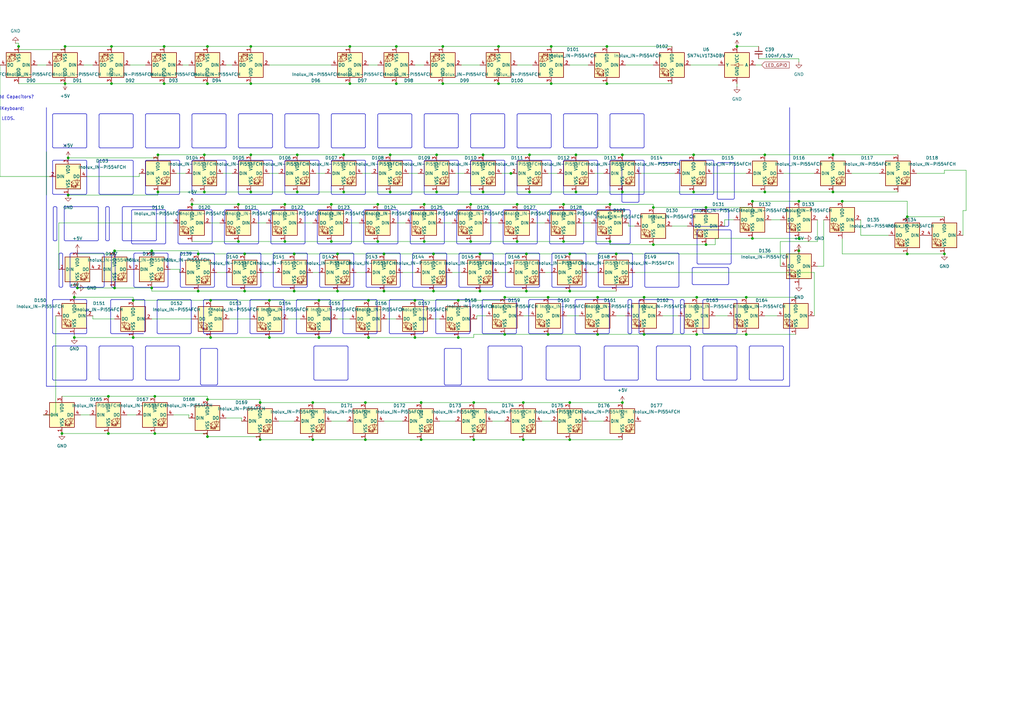
<source format=kicad_sch>
(kicad_sch (version 20231120) (generator "eeschema") (generator_version "8.0")
  (paper "A3")
  (lib_symbols
    (symbol "Device:C_Small" (pin_numbers hide) (pin_names (offset 0.254) hide)
      (property "Reference" "C" (at 0.254 1.778 0))
      (property "Value" "C_Small" (at 0.254 -2.032 0))
      (symbol "C_Small_1_1"
        (pin passive line (at 0 2.54 270) (length 2.032) (name "~") (number "1"))
        (pin passive line (at 0 -2.54 90) (length 2.032) (name "~") (number "2"))
      )
    )
    (symbol "LED:Inolux_IN-PI554FCH" (pin_names (offset 0.254))
      (property "Reference" "D" (at 5.08 5.715 0))
      (property "Value" "Inolux_IN-PI554FCH" (at 1.27 -5.715 0))
      (symbol "Inolux_IN-PI554FCH_0_0"
        (text "RGB" (at 2.286 -4.191 0) (effects (font (size 0.762 0.762))))
      )
      (symbol "Inolux_IN-PI554FCH_1_1"
        (pin power_in line (at 0 -7.62 90) (length 2.54) (name "VSS") (number "1"))
        (pin input line (at -7.62 0 0) (length 2.54) (name "DIN") (number "2"))
        (pin power_in line (at 0 7.62 270) (length 2.54) (name "VDD") (number "3"))
        (pin output line (at 7.62 0 180) (length 2.54) (name "DO") (number "4"))
      )
    )
    (symbol "Logic_LevelTranslator:SN74LV1T34DBV"
      (property "Reference" "U" (at 5.08 6.35 0))
      (property "Value" "SN74LV1T34DBV" (at 5.08 3.81 0))
      (symbol "SN74LV1T34DBV_1_1"
        (pin no_connect line (at -5.08 2.54 0) (length 2.54) hide (name "NC") (number "1"))
        (pin input line (at -7.62 0 0) (length 2.54) (name "A") (number "2"))
        (pin power_in line (at 0 -7.62 90) (length 2.54) (name "GND") (number "3"))
        (pin output line (at 7.62 0 180) (length 2.54) (name "Y") (number "4"))
        (pin power_in line (at 0 7.62 270) (length 2.54) (name "VCC") (number "5"))
      )
    )
    (symbol "power:+5V" (power) (pin_numbers hide) (pin_names (offset 0) hide)
      (property "Value" "+5V" (at 0 3.556 0))
      (symbol "+5V_1_1"
        (pin power_in line (at 0 0 90) (length 0) (name "~") (number "1"))
      )
    )
    (symbol "power:GND" (power) (pin_numbers hide) (pin_names (offset 0) hide)
      (property "Value" "GND" (at 0 -3.81 0))
      (symbol "GND_1_1"
        (pin power_in line (at 0 0 270) (length 0) (name "~") (number "1"))
      )
    )
  )
  (junction (at 214.63 180.34))
  (junction (at 224.79 121.92))
  (junction (at 26.67 19.05))
  (junction (at 160.02 78.74))
  (junction (at 255.27 63.5))
  (junction (at 209.55 71.12))
  (junction (at 128.27 165.1))
  (junction (at 85.09 179.07))
  (junction (at 45.72 34.29))
  (junction (at 46.99 102.87))
  (junction (at 86.36 123.19))
  (junction (at 102.87 78.74))
  (junction (at 160.02 63.5))
  (junction (at 248.92 19.05))
  (junction (at 120.65 104.14))
  (junction (at 267.97 85.09))
  (junction (at 140.97 63.5))
  (junction (at 63.5 162.56))
  (junction (at 100.33 104.14))
  (junction (at 62.23 102.87))
  (junction (at 25.4 177.8))
  (junction (at 267.97 100.33))
  (junction (at 214.63 165.1))
  (junction (at 193.04 83.82))
  (junction (at 224.79 137.16))
  (junction (at 81.28 104.14))
  (junction (at 245.11 137.16))
  (junction (at 85.09 163.83))
  (junction (at 204.47 34.29))
  (junction (at 215.9 104.14))
  (junction (at 177.8 104.14))
  (junction (at 143.51 34.29))
  (junction (at 110.49 123.19))
  (junction (at 110.49 138.43))
  (junction (at 102.87 63.5))
  (junction (at 157.48 119.38))
  (junction (at 97.79 99.06))
  (junction (at 327.66 97.79))
  (junction (at 204.47 19.05))
  (junction (at 83.82 63.5))
  (junction (at 120.65 119.38))
  (junction (at 154.94 99.06))
  (junction (at 172.72 180.34))
  (junction (at 78.74 83.82))
  (junction (at 302.26 19.05))
  (junction (at 306.07 121.92))
  (junction (at 264.16 137.16))
  (junction (at 196.85 119.38))
  (junction (at 149.86 165.1))
  (junction (at 236.22 78.74))
  (junction (at 149.86 180.34))
  (junction (at 7.62 19.05))
  (junction (at 341.63 78.74))
  (junction (at 289.56 100.33))
  (junction (at 177.8 119.38))
  (junction (at 173.99 99.06))
  (junction (at 181.61 34.29))
  (junction (at 212.09 83.82))
  (junction (at 231.14 83.82))
  (junction (at 83.82 78.74))
  (junction (at 233.68 165.1))
  (junction (at 140.97 78.74))
  (junction (at 198.12 63.5))
  (junction (at 116.84 83.82))
  (junction (at 151.13 123.19))
  (junction (at 27.94 80.01))
  (junction (at 215.9 119.38))
  (junction (at 285.75 121.92))
  (junction (at 102.87 34.29))
  (junction (at 187.96 138.43))
  (junction (at 341.63 63.5))
  (junction (at 372.11 104.14))
  (junction (at 207.01 137.16))
  (junction (at 151.13 138.43))
  (junction (at 172.72 165.1))
  (junction (at 196.85 104.14))
  (junction (at 116.84 99.06))
  (junction (at 181.61 19.05))
  (junction (at 308.61 82.55))
  (junction (at 207.01 121.92))
  (junction (at 26.67 34.29))
  (junction (at 187.96 123.19))
  (junction (at 54.61 123.19))
  (junction (at 97.79 83.82))
  (junction (at 130.81 123.19))
  (junction (at 46.99 118.11))
  (junction (at 102.87 19.05))
  (junction (at 289.56 85.09))
  (junction (at 170.18 138.43))
  (junction (at 313.69 78.74))
  (junction (at 245.11 121.92))
  (junction (at 226.06 34.29))
  (junction (at 285.75 137.16))
  (junction (at 162.56 19.05))
  (junction (at 86.36 138.43))
  (junction (at 179.07 63.5))
  (junction (at 284.48 78.74))
  (junction (at 179.07 78.74))
  (junction (at 44.45 177.8))
  (junction (at 85.09 19.05))
  (junction (at 250.19 83.82))
  (junction (at 106.68 165.1))
  (junction (at 81.28 119.38))
  (junction (at 62.23 118.11))
  (junction (at 194.31 180.34))
  (junction (at 67.31 19.05))
  (junction (at 138.43 104.14))
  (junction (at 198.12 78.74))
  (junction (at 308.61 97.79))
  (junction (at 212.09 99.06))
  (junction (at 264.16 121.92))
  (junction (at 135.89 83.82))
  (junction (at 162.56 34.29))
  (junction (at 233.68 119.38))
  (junction (at 233.68 180.34))
  (junction (at 30.48 138.43))
  (junction (at 194.31 165.1))
  (junction (at 255.27 78.74))
  (junction (at 30.48 121.92))
  (junction (at 217.17 78.74))
  (junction (at 64.77 63.5))
  (junction (at 27.94 64.77))
  (junction (at 255.27 165.1))
  (junction (at 63.5 177.8))
  (junction (at 236.22 63.5))
  (junction (at 121.92 63.5))
  (junction (at 170.18 123.19))
  (junction (at 54.61 138.43))
  (junction (at 85.09 34.29))
  (junction (at 233.68 104.14))
  (junction (at 252.73 104.14))
  (junction (at 128.27 180.34))
  (junction (at 327.66 82.55))
  (junction (at 106.68 180.34))
  (junction (at 313.69 63.5))
  (junction (at 250.19 99.06))
  (junction (at 64.77 78.74))
  (junction (at 248.92 34.29))
  (junction (at 372.11 88.9))
  (junction (at 226.06 19.05))
  (junction (at 143.51 19.05))
  (junction (at 44.45 162.56))
  (junction (at 193.04 99.06))
  (junction (at 135.89 99.06))
  (junction (at 345.44 82.55))
  (junction (at 387.35 104.14))
  (junction (at 173.99 83.82))
  (junction (at 67.31 34.29))
  (junction (at 284.48 63.5))
  (junction (at 231.14 99.06))
  (junction (at 154.94 83.82))
  (junction (at 100.33 119.38))
  (junction (at 121.92 78.74))
  (junction (at 217.17 63.5))
  (junction (at 157.48 104.14))
  (junction (at 327.66 102.87))
  (junction (at 138.43 119.38))
  (junction (at 306.07 137.16))
  (junction (at 31.75 118.11))
  (junction (at 45.72 19.05))
  (junction (at 130.81 138.43))
  (no_connect (at 26.67 59.69))
  (wire (pts (xy 67.31 34.29) (xy 85.09 34.29)))
  (wire (pts (xy 387.35 69.85) (xy 387.35 71.12)))
  (wire (pts (xy 309.88 26.67) (xy 312.42 26.67)))
  (polyline (pts (xy 276.0813 123.3575) (xy 276.0813 136.3575)) (stroke (width 0.2)))
  (polyline (pts (xy 129.2313 141.9075) (xy 142.2313 141.9075)) (stroke (width 0.2)))
  (wire (pts (xy 151.13 26.67) (xy 154.94 26.67)))
  (wire (pts (xy 85.09 163.83) (xy 106.68 163.83)))
  (polyline (pts (xy 82.7313 142.9075) (xy 88.7313 142.9075)) (stroke (width 0.2)))
  (polyline (pts (xy 21.575 142.4075) (xy 21.575 155.4075)) (stroke (width 0.2)))
  (wire (pts (xy 232.41 129.54) (xy 237.49 129.54)))
  (wire (pts (xy 212.09 99.06) (xy 231.14 99.06)))
  (polyline (pts (xy 169.7125 103.8075) (xy 182.7125 103.8075)) (stroke (width 0.2)))
  (wire (pts (xy 271.78 129.54) (xy 278.13 129.54)))
  (polyline (pts (xy 174.475 60.6575) (xy 187.475 60.6575)) (stroke (width 0.2)))
  (wire (pts (xy 92.71 26.67) (xy 95.25 26.67)))
  (wire (pts (xy 97.79 83.82) (xy 116.84 83.82)))
  (polyline (pts (xy 298.3938 92.8445) (xy 284.3938 92.8445)) (stroke (width 0.2)))
  (wire (pts (xy 275.59 92.71) (xy 281.94 92.71)))
  (polyline (pts (xy 298.3938 85.8445) (xy 284.3938 85.8445)) (stroke (width 0.2)))
  (wire (pts (xy 30.48 138.43) (xy 54.61 138.43)))
  (polyline (pts (xy 169.7125 117.8075) (xy 182.7125 117.8075)) (stroke (width 0.2)))
  (polyline (pts (xy 212.075 47.1575) (xy 212.075 60.1575)) (stroke (width 0.2)))
  (polyline (pts (xy 45.8875 122.8575) (xy 58.8875 122.8575)) (stroke (width 0.2)))
  (polyline (pts (xy 224.4813 155.9075) (xy 237.4813 155.9075)) (stroke (width 0.2)))
  (wire (pts (xy 170.18 123.19) (xy 187.96 123.19)))
  (wire (pts (xy 107.95 111.76) (xy 113.03 111.76)))
  (polyline (pts (xy 154.6375 123.3575) (xy 154.6375 136.3575)) (stroke (width 0.2)))
  (polyline (pts (xy 60.175 46.6575) (xy 73.175 46.6575)) (stroke (width 0.2)))
  (polyline (pts (xy 130.825 47.1575) (xy 130.825 60.1575)) (stroke (width 0.2)))
  (polyline (pts (xy 288.775 122.8575) (xy 301.775 122.8575)) (stroke (width 0.2)))
  (polyline (pts (xy 21.575 47.1575) (xy 21.575 60.1575)) (stroke (width 0.2)))
  (wire (pts (xy 83.82 78.74) (xy 102.87 78.74)))
  (wire (pts (xy 327.66 24.13) (xy 311.15 24.13)))
  (polyline (pts (xy 279.5813 122.8575) (xy 280.0813 122.8575)) (stroke (width 0.2)))
  (polyline (pts (xy 150.6625 103.8075) (xy 163.6625 103.8075)) (stroke (width 0.2)))
  (wire (pts (xy 102.87 19.05) (xy 143.51 19.05)))
  (wire (pts (xy 349.25 71.12) (xy 360.68 71.12)))
  (wire (pts (xy 313.69 129.54) (xy 318.77 129.54)))
  (polyline (pts (xy 64.4375 123.3575) (xy 64.4375 136.3575)) (stroke (width 0.2)))
  (wire (pts (xy 300.99 90.17) (xy 297.18 90.17)))
  (polyline (pts (xy 187.81 86.0275) (xy 200.81 86.0275)) (stroke (width 0.2)))
  (wire (pts (xy 45.72 34.29) (xy 67.31 34.29)))
  (polyline (pts (xy 288.775 136.8575) (xy 301.775 136.8575)) (stroke (width 0.2)))
  (wire (pts (xy 162.56 91.44) (xy 166.37 91.44)))
  (polyline (pts (xy 231.625 60.6575) (xy 244.625 60.6575)) (stroke (width 0.2)))
  (polyline (pts (xy 121.5875 123.3575) (xy 121.5875 136.3575)) (stroke (width 0.2)))
  (wire (pts (xy 195.58 129.54) (xy 195.58 130.81)))
  (polyline (pts (xy 192.7375 123.3575) (xy 192.7375 136.3575)) (stroke (width 0.2)))
  (wire (pts (xy 181.61 91.44) (xy 185.42 91.44)))
  (polyline (pts (xy 22.3375 98.7575) (xy 22.8375 98.7575)) (stroke (width 0.2)))
  (wire (pts (xy 233.68 119.38) (xy 252.73 119.38)))
  (wire (pts (xy 81.28 119.38) (xy 100.33 119.38)))
  (wire (pts (xy 372.11 82.55) (xy 372.11 88.9)))
  (polyline (pts (xy 83.9875 122.8575) (xy 96.9875 122.8575)) (stroke (width 0.2)))
  (wire (pts (xy 193.04 83.82) (xy 212.09 83.82)))
  (wire (pts (xy 289.56 100.33) (xy 267.97 100.33)))
  (wire (pts (xy 26.67 34.29) (xy 45.72 34.29)))
  (polyline (pts (xy 129.2313 155.9075) (xy 142.2313 155.9075)) (stroke (width 0.2)))
  (polyline (pts (xy 149.875 47.1575) (xy 149.875 60.1575)) (stroke (width 0.2)))
  (polyline (pts (xy 53.96 86.5275) (xy 53.96 99.5275)) (stroke (width 0.2)))
  (polyline (pts (xy 102.5375 123.3575) (xy 102.5375 136.3575)) (stroke (width 0.2)))
  (polyline (pts (xy 200.6688 141.9075) (xy 213.6688 141.9075)) (stroke (width 0.2)))
  (wire (pts (xy 97.79 99.06) (xy 116.84 99.06)))
  (polyline (pts (xy 131.6125 103.8075) (xy 144.6125 103.8075)) (stroke (width 0.2)))
  (wire (pts (xy 341.63 78.74) (xy 368.3 78.74)))
  (polyline (pts (xy 183.2125 104.3075) (xy 183.2125 117.3075)) (stroke (width 0.2)))
  (polyline (pts (xy 259.0813 123.3575) (xy 259.0813 136.3575)) (stroke (width 0.2)))
  (polyline (pts (xy 193.025 47.1575) (xy 193.025 60.1575)) (stroke (width 0.2)))
  (wire (pts (xy 241.3 111.76) (xy 245.11 111.76)))
  (polyline (pts (xy 64.15 85.2575) (xy 64.15 98.2575)) (stroke (width 0.2)))
  (polyline (pts (xy 240.3625 104.3075) (xy 240.3625 117.3075)) (stroke (width 0.2)))
  (polyline (pts (xy 193.525 79.7075) (xy 206.525 79.7075)) (stroke (width 0.2)))
  (polyline (pts (xy 98.275 60.6575) (xy 111.275 60.6575)) (stroke (width 0.2)))
  (polyline (pts (xy 68.9125 104.3075) (xy 68.9125 117.3075)) (stroke (width 0.2)))
  (polyline (pts (xy 298.3938 116.7205) (xy 284.3938 116.7205)) (stroke (width 0.2)))
  (polyline (pts (xy 79.225 65.7075) (xy 92.225 65.7075)) (stroke (width 0.2)))
  (polyline (pts (xy 198.2875 136.8575) (xy 211.2875 136.8575)) (stroke (width 0.2)))
  (wire (pts (xy 264.16 121.92) (xy 285.75 121.92)))
  (polyline (pts (xy 155.425 65.7075) (xy 168.425 65.7075)) (stroke (width 0.2)))
  (polyline (pts (xy 278.4625 104.3075) (xy 278.4625 117.3075)) (stroke (width 0.2)))
  (polyline (pts (xy 117.325 60.6575) (xy 130.325 60.6575)) (stroke (width 0.2)))
  (polyline (pts (xy 294.688 66.7075) (xy 300.688 66.7075)) (stroke (width 0.2)))
  (polyline (pts (xy 236.3875 136.8575) (xy 249.3875 136.8575)) (stroke (width 0.2)))
  (wire (pts (xy 7.62 34.29) (xy 26.67 34.29)))
  (polyline (pts (xy 283.225 142.4075) (xy 283.225 155.4075)) (stroke (width 0.2)))
  (wire (pts (xy 81.28 102.87) (xy 81.28 104.14)))
  (polyline (pts (xy 24.7188 103.8075) (xy 25.2188 103.8075)) (stroke (width 0.2)))
  (polyline (pts (xy 212.575 79.7075) (xy 225.575 79.7075)) (stroke (width 0.2)))
  (polyline (pts (xy 173.6875 123.3575) (xy 173.6875 136.3575)) (stroke (width 0.2)))
  (polyline (pts (xy 111.775 47.1575) (xy 111.775 60.1575)) (stroke (width 0.2)))
  (polyline (pts (xy 262.5813 136.8575) (xy 275.5813 136.8575)) (stroke (width 0.2)))
  (wire (pts (xy 64.77 63.5) (xy 83.82 63.5)))
  (polyline (pts (xy 231.125 66.2075) (xy 231.125 79.2075)) (stroke (width 0.2)))
  (polyline (pts (xy 187.975 47.1575) (xy 187.975 60.1575)) (stroke (width 0.2)))
  (polyline (pts (xy 22.075 155.9075) (xy 35.075 155.9075)) (stroke (width 0.2)))
  (polyline (pts (xy 24.2188 104.3075) (xy 24.2188 117.3075)) (stroke (width 0.2)))
  (wire (pts (xy 293.37 100.33) (xy 289.56 100.33)))
  (polyline (pts (xy 163.21 86.5275) (xy 163.21 99.5275)) (stroke (width 0.2)))
  (wire (pts (xy 245.11 121.92) (xy 264.16 121.92)))
  (wire (pts (xy 167.64 71.12) (xy 171.45 71.12)))
  (polyline (pts (xy 168.925 66.2075) (xy 168.925 79.2075)) (stroke (width 0.2)))
  (wire (pts (xy 335.28 99.06) (xy 335.28 90.17)))
  (polyline (pts (xy 288.775 141.9075) (xy 301.775 141.9075)) (stroke (width 0.2)))
  (polyline (pts (xy 169.2125 104.3075) (xy 169.2125 117.3075)) (stroke (width 0.2)))
  (polyline (pts (xy 193.525 46.6575) (xy 206.525 46.6575)) (stroke (width 0.2)))
  (polyline (pts (xy 160.1875 136.8575) (xy 173.1875 136.8575)) (stroke (width 0.2)))
  (polyline (pts (xy 78.725 47.1575) (xy 78.725 60.1575)) (stroke (width 0.2)))
  (wire (pts (xy 69.85 110.49) (xy 73.66 110.49)))
  (polyline (pts (xy 73.51 100.0275) (xy 86.51 100.0275)) (stroke (width 0.2)))
  (wire (pts (xy 193.04 99.06) (xy 212.09 99.06)))
  (polyline (pts (xy 92.56 100.0275) (xy 105.56 100.0275)) (stroke (width 0.2)))
  (wire (pts (xy 62.23 102.87) (xy 81.28 102.87)))
  (wire (pts (xy 72.39 71.12) (xy 76.2 71.12)))
  (wire (pts (xy 54.61 138.43) (xy 86.36 138.43)))
  (wire (pts (xy 52.07 170.18) (xy 55.88 170.18)))
  (polyline (pts (xy 236.3875 122.8575) (xy 249.3875 122.8575)) (stroke (width 0.2)))
  (wire (pts (xy 289.56 85.09) (xy 308.61 85.09)))
  (wire (pts (xy 306.07 137.16) (xy 285.75 137.16)))
  (polyline (pts (xy 19.05 158.4325) (xy 323.85 158.4325)) (stroke (width 0.2)))
  (polyline (pts (xy 264.175 66.2075) (xy 264.175 79.2075)) (stroke (width 0.2)))
  (polyline (pts (xy 111.775 66.2075) (xy 111.775 79.2075)) (stroke (width 0.2)))
  (polyline (pts (xy 150.6625 117.8075) (xy 163.6625 117.8075)) (stroke (width 0.2)))
  (polyline (pts (xy 135.875 47.1575) (xy 135.875 60.1575)) (stroke (width 0.2)))
  (polyline (pts (xy 142.7313 142.4075) (xy 142.7313 155.4075)) (stroke (width 0.2)))
  (wire (pts (xy 160.02 63.5) (xy 179.07 63.5)))
  (wire (pts (xy 86.36 123.19) (xy 110.49 123.19)))
  (wire (pts (xy 207.01 121.92) (xy 224.79 121.92)))
  (polyline (pts (xy 299.3938 94.2825) (xy 286.3938 94.2825)) (stroke (width 0.2)))
  (polyline (pts (xy 125.11 86.5275) (xy 125.11 99.5275)) (stroke (width 0.2)))
  (wire (pts (xy 248.92 34.29) (xy 275.59 34.29)))
  (polyline (pts (xy 245.9125 117.8075) (xy 258.9125 117.8075)) (stroke (width 0.2)))
  (wire (pts (xy 135.89 172.72) (xy 142.24 172.72)))
  (wire (pts (xy 185.42 111.76) (xy 189.23 111.76)))
  (wire (pts (xy 110.49 26.67) (xy 135.89 26.67)))
  (wire (pts (xy 151.13 138.43) (xy 170.18 138.43)))
  (polyline (pts (xy 97.775 47.1575) (xy 97.775 60.1575)) (stroke (width 0.2)))
  (wire (pts (xy 30.48 121.92) (xy 54.61 121.92)))
  (polyline (pts (xy 307.825 155.9075) (xy 320.825 155.9075)) (stroke (width 0.2)))
  (wire (pts (xy 54.61 123.19) (xy 86.36 123.19)))
  (polyline (pts (xy 40.625 66.2075) (xy 40.625 79.2075)) (stroke (width 0.2)))
  (polyline (pts (xy 206.86 86.0275) (xy 219.86 86.0275)) (stroke (width 0.2)))
  (wire (pts (xy 233.68 26.67) (xy 241.3 26.67)))
  (wire (pts (xy 120.65 119.38) (xy 138.43 119.38)))
  (polyline (pts (xy 60.175 141.9075) (xy 73.175 141.9075)) (stroke (width 0.2)))
  (polyline (pts (xy 154.925 47.1575) (xy 154.925 60.1575)) (stroke (width 0.2)))
  (wire (pts (xy 201.93 172.72) (xy 207.01 172.72)))
  (polyline (pts (xy 206.36 86.5275) (xy 206.36 99.5275)) (stroke (width 0.2)))
  (wire (pts (xy 186.69 71.12) (xy 190.5 71.12)))
  (polyline (pts (xy 111.61 100.0275) (xy 124.61 100.0275)) (stroke (width 0.2)))
  (wire (pts (xy 100.33 104.14) (xy 120.65 104.14)))
  (wire (pts (xy 130.81 138.43) (xy 151.13 138.43)))
  (polyline (pts (xy 279.25 65.7075) (xy 292.25 65.7075)) (stroke (width 0.2)))
  (polyline (pts (xy 50.65 98.7575) (xy 63.65 98.7575)) (stroke (width 0.2)))
  (wire (pts (xy 138.43 104.14) (xy 157.48 104.14)))
  (polyline (pts (xy 258.0813 122.8575) (xy 258.5813 122.8575)) (stroke (width 0.2)))
  (wire (pts (xy 215.9 119.38) (xy 233.68 119.38)))
  (wire (pts (xy 180.34 172.72) (xy 186.69 172.72)))
  (wire (pts (xy 46.99 118.11) (xy 62.23 118.11)))
  (wire (pts (xy 396.24 69.85) (xy 387.35 69.85)))
  (wire (pts (xy 222.25 172.72) (xy 226.06 172.72)))
  (polyline (pts (xy 55.4125 103.8075) (xy 68.4125 103.8075)) (stroke (width 0.2)))
  (polyline (pts (xy 283.8938 86.3445) (xy 283.8938 92.3445)) (stroke (width 0.2)))
  (polyline (pts (xy 299.3938 108.2825) (xy 286.3938 108.2825)) (stroke (width 0.2)))
  (wire (pts (xy 199.39 129.54) (xy 195.58 129.54)))
  (wire (pts (xy 214.63 165.1) (xy 233.68 165.1)))
  (polyline (pts (xy 301.188 67.2075) (xy 301.188 81.2075)) (stroke (width 0.2)))
  (wire (pts (xy 138.43 119.38) (xy 157.48 119.38)))
  (polyline (pts (xy 83.9875 136.8575) (xy 96.9875 136.8575)) (stroke (width 0.2)))
  (polyline (pts (xy 97.4875 123.3575) (xy 97.4875 136.3575)) (stroke (width 0.2)))
  (polyline (pts (xy 21.575 66.2075) (xy 21.575 79.2075)) (stroke (width 0.2)))
  (polyline (pts (xy 73.51 86.0275) (xy 86.51 86.0275)) (stroke (width 0.2)))
  (wire (pts (xy 284.48 63.5) (xy 313.69 63.5)))
  (polyline (pts (xy 55.4125 117.8075) (xy 68.4125 117.8075)) (stroke (width 0.2)))
  (wire (pts (xy 44.45 162.56) (xy 63.5 162.56)))
  (polyline (pts (xy 73.675 47.1575) (xy 73.675 60.1575)) (stroke (width 0.2)))
  (wire (pts (xy 160.02 78.74) (xy 179.07 78.74)))
  (polyline (pts (xy 245.125 47.1575) (xy 245.125 60.1575)) (stroke (width 0.2)))
  (polyline (pts (xy 19.05 158.4325) (xy 19.05 44.1325)) (stroke (width 0.2)))
  (polyline (pts (xy 248.2938 141.9075) (xy 261.2938 141.9075)) (stroke (width 0.2)))
  (polyline (pts (xy 173.975 47.1575) (xy 173.975 60.1575)) (stroke (width 0.2)))
  (wire (pts (xy 302.26 19.05) (xy 311.15 19.05)))
  (polyline (pts (xy 21.8375 85.2575) (xy 21.8375 98.2575)) (stroke (width 0.2)))
  (wire (pts (xy 143.51 34.29) (xy 162.56 34.29)))
  (wire (pts (xy 91.44 71.12) (xy 95.25 71.12)))
  (polyline (pts (xy 288.275 142.4075) (xy 288.275 155.4075)) (stroke (width 0.2)))
  (wire (pts (xy 157.48 172.72) (xy 165.1 172.72)))
  (polyline (pts (xy 188.2625 104.3075) (xy 188.2625 117.3075)) (stroke (width 0.2)))
  (polyline (pts (xy 73.675 142.4075) (xy 73.675 155.4075)) (stroke (width 0.2)))
  (polyline (pts (xy 43.3375 85.2575) (xy 43.3375 98.2575)) (stroke (width 0.2)))
  (wire (pts (xy 238.76 91.44) (xy 242.57 91.44)))
  (wire (pts (xy 204.47 19.05) (xy 226.06 19.05)))
  (polyline (pts (xy 45.3875 123.3575) (xy 45.3875 136.3575)) (stroke (width 0.2)))
  (wire (pts (xy 252.73 129.54) (xy 256.54 129.54)))
  (wire (pts (xy 157.48 104.14) (xy 177.8 104.14)))
  (wire (pts (xy 73.66 110.49) (xy 73.66 111.76)))
  (wire (pts (xy 187.96 123.19) (xy 207.01 123.19)))
  (wire (pts (xy 250.19 100.33) (xy 250.19 99.06)))
  (wire (pts (xy 217.17 63.5) (xy 236.22 63.5)))
  (wire (pts (xy 146.05 111.76) (xy 149.86 111.76)))
  (wire (pts (xy 284.48 78.74) (xy 313.69 78.74)))
  (wire (pts (xy 71.12 91.44) (xy 24.13 91.44)))
  (polyline (pts (xy 122.0875 122.8575) (xy 135.0875 122.8575)) (stroke (width 0.2)))
  (polyline (pts (xy 122.0875 136.8575) (xy 135.0875 136.8575)) (stroke (width 0.2)))
  (wire (pts (xy 63.5 177.8) (xy 85.09 177.8)))
  (polyline (pts (xy 50.15 85.2575) (xy 50.15 98.2575)) (stroke (width 0.2)))
  (wire (pts (xy 267.97 83.82) (xy 267.97 85.09)))
  (polyline (pts (xy 321.325 142.4075) (xy 321.325 155.4075)) (stroke (width 0.2)))
  (wire (pts (xy 262.89 71.12) (xy 276.86 71.12)))
  (polyline (pts (xy 244.96 86.0275) (xy 257.96 86.0275)) (stroke (width 0.2)))
  (polyline (pts (xy 226.8625 117.8075) (xy 239.8625 117.8075)) (stroke (width 0.2)))
  (polyline (pts (xy 92.06 86.5275) (xy 92.06 99.5275)) (stroke (width 0.2)))
  (polyline (pts (xy 40.3375 85.2575) (xy 40.3375 98.2575)) (stroke (width 0.2)))
  (polyline (pts (xy 74.4625 103.8075) (xy 87.4625 103.8075)) (stroke (width 0.2)))
  (wire (pts (xy 302.26 35.56) (xy 302.26 34.29)))
  (wire (pts (xy 327.66 25.4) (xy 327.66 24.13)))
  (polyline (pts (xy 117.325 65.7075) (xy 130.325 65.7075)) (stroke (width 0.2)))
  (polyline (pts (xy 98.275 46.6575) (xy 111.275 46.6575)) (stroke (width 0.2)))
  (polyline (pts (xy 258.0813 136.8575) (xy 258.5813 136.8575)) (stroke (width 0.2)))
  (wire (pts (xy 321.31 71.12) (xy 334.01 71.12)))
  (polyline (pts (xy 182.2313 143.4075) (xy 182.2313 157.4075)) (stroke (width 0.2)))
  (wire (pts (xy 260.35 92.71) (xy 257.81 92.71)))
  (wire (pts (xy 99.06 171.45) (xy 99.06 172.72)))
  (wire (pts (xy 22.86 170.18) (xy 17.78 170.18)))
  (polyline (pts (xy 54.46 86.0275) (xy 67.46 86.0275)) (stroke (width 0.2)))
  (wire (pts (xy 179.07 63.5) (xy 198.12 63.5)))
  (wire (pts (xy 63.5 162.56) (xy 85.09 162.56)))
  (wire (pts (xy 162.56 34.29) (xy 181.61 34.29)))
  (polyline (pts (xy 187.975 66.2075) (xy 187.975 79.2075)) (stroke (width 0.2)))
  (wire (pts (xy 293.37 129.54) (xy 298.45 129.54)))
  (polyline (pts (xy 193.525 65.7075) (xy 206.525 65.7075)) (stroke (width 0.2)))
  (polyline (pts (xy 117.325 79.7075) (xy 130.325 79.7075)) (stroke (width 0.2)))
  (wire (pts (xy 85.09 179.07) (xy 106.68 179.07)))
  (polyline (pts (xy 168.26 86.5275) (xy 168.26 99.5275)) (stroke (width 0.2)))
  (polyline (pts (xy 231.125 47.1575) (xy 231.125 60.1575)) (stroke (width 0.2)))
  (polyline (pts (xy 73.675 66.2075) (xy 73.675 79.2075)) (stroke (width 0.2)))
  (polyline (pts (xy 285.8938 94.7825) (xy 285.8938 107.7825)) (stroke (width 0.2)))
  (wire (pts (xy 177.8 119.38) (xy 196.85 119.38)))
  (polyline (pts (xy 249.8875 123.3575) (xy 249.8875 136.3575)) (stroke (width 0.2)))
  (wire (pts (xy 212.09 26.67) (xy 218.44 26.67)))
  (polyline (pts (xy 245.4125 104.3075) (xy 245.4125 117.3075)) (stroke (width 0.2)))
  (wire (pts (xy 120.65 104.14) (xy 138.43 104.14)))
  (polyline (pts (xy 87.9625 104.3075) (xy 87.9625 117.3075)) (stroke (width 0.2)))
  (polyline (pts (xy 60.175 155.9075) (xy 73.175 155.9075)) (stroke (width 0.2)))
  (polyline (pts (xy 47.2188 104.3075) (xy 47.2188 117.3075)) (stroke (width 0.2)))
  (wire (pts (xy 34.29 26.67) (xy 38.1 26.67)))
  (wire (pts (xy 121.92 63.5) (xy 140.97 63.5)))
  (polyline (pts (xy 168.925 47.1575) (xy 168.925 60.1575)) (stroke (width 0.2)))
  (wire (pts (xy 78.74 83.82) (xy 97.79 83.82)))
  (wire (pts (xy 337.82 109.22) (xy 337.82 90.17)))
  (polyline (pts (xy 130.66 100.0275) (xy 143.66 100.0275)) (stroke (width 0.2)))
  (polyline (pts (xy 97.775 66.2075) (xy 97.775 79.2075)) (stroke (width 0.2)))
  (polyline (pts (xy 244.96 100.0275) (xy 257.96 100.0275)) (stroke (width 0.2)))
  (polyline (pts (xy 237.9813 142.4075) (xy 237.9813 155.4075)) (stroke (width 0.2)))
  (polyline (pts (xy 155.425 60.6575) (xy 168.425 60.6575)) (stroke (width 0.2)))
  (polyline (pts (xy 189.2313 143.4075) (xy 189.2313 157.4075)) (stroke (width 0.2)))
  (polyline (pts (xy 230.8375 123.3575) (xy 230.8375 136.3575)) (stroke (width 0.2)))
  (polyline (pts (xy 212.575 60.6575) (xy 225.575 60.6575)) (stroke (width 0.2)))
  (wire (pts (xy 19.05 62.23) (xy 19.05 80.01)))
  (polyline (pts (xy 35.575 142.4075) (xy 35.575 155.4075)) (stroke (width 0.2)))
  (polyline (pts (xy 73.9625 104.3075) (xy 73.9625 117.3075)) (stroke (width 0.2)))
  (wire (pts (xy 207.01 137.16) (xy 194.31 137.16)))
  (polyline (pts (xy 41.125 60.6575) (xy 54.125 60.6575)) (stroke (width 0.2)))
  (polyline (pts (xy 198.2875 122.8575) (xy 211.2875 122.8575)) (stroke (width 0.2)))
  (wire (pts (xy 135.89 83.82) (xy 154.94 83.82)))
  (wire (pts (xy 219.71 91.44) (xy 223.52 91.44)))
  (wire (pts (xy 320.04 99.06) (xy 335.28 99.06)))
  (polyline (pts (xy 93.5125 103.8075) (xy 106.5125 103.8075)) (stroke (width 0.2)))
  (wire (pts (xy 154.94 83.82) (xy 173.99 83.82)))
  (polyline (pts (xy 22.075 136.8575) (xy 35.075 136.8575)) (stroke (width 0.2)))
  (polyline (pts (xy 200.6688 155.9075) (xy 213.6688 155.9075)) (stroke (width 0.2)))
  (wire (pts (xy 162.56 19.05) (xy 181.61 19.05)))
  (polyline (pts (xy 54.625 142.4075) (xy 54.625 155.4075)) (stroke (width 0.2)))
  (wire (pts (xy 121.92 78.74) (xy 140.97 78.74)))
  (polyline (pts (xy 21.575 123.3575) (xy 21.575 136.3575)) (stroke (width 0.2)))
  (wire (pts (xy 231.14 99.06) (xy 250.19 99.06)))
  (wire (pts (xy 54.61 121.92) (xy 54.61 123.19)))
  (polyline (pts (xy 150.1625 104.3075) (xy 150.1625 117.3075)) (stroke (width 0.2)))
  (wire (pts (xy 285.75 121.92) (xy 306.07 121.92)))
  (polyline (pts (xy 22.075 79.7075) (xy 35.075 79.7075)) (stroke (width 0.2)))
  (polyline (pts (xy 200.1688 142.4075) (xy 200.1688 155.4075)) (stroke (width 0.2)))
  (polyline (pts (xy 64.9375 136.8575) (xy 77.9375 136.8575)) (stroke (width 0.2)))
  (polyline (pts (xy 307.825 141.9075) (xy 320.825 141.9075)) (stroke (width 0.2)))
  (wire (pts (xy 209.55 71.12) (xy 210.82 71.12)))
  (wire (pts (xy 157.48 119.38) (xy 177.8 119.38)))
  (polyline (pts (xy 59.675 66.2075) (xy 59.675 79.2075)) (stroke (width 0.2)))
  (wire (pts (xy 252.73 104.14) (xy 327.66 104.14)))
  (wire (pts (xy 181.61 34.29) (xy 204.47 34.29)))
  (wire (pts (xy 85.09 162.56) (xy 85.09 163.83)))
  (polyline (pts (xy 188.7625 117.8075) (xy 201.7625 117.8075)) (stroke (width 0.2)))
  (polyline (pts (xy 78.4375 123.3575) (xy 78.4375 136.3575)) (stroke (width 0.2)))
  (polyline (pts (xy 279.5813 136.8575) (xy 280.0813 136.8575)) (stroke (width 0.2)))
  (polyline (pts (xy 269.225 142.4075) (xy 269.225 155.4075)) (stroke (width 0.2)))
  (wire (pts (xy 179.07 78.74) (xy 198.12 78.74)))
  (polyline (pts (xy 307.325 142.4075) (xy 307.325 155.4075)) (stroke (width 0.2)))
  (polyline (pts (xy 182.7313 142.9075) (xy 188.7313 142.9075)) (stroke (width 0.2)))
  (wire (pts (xy 128.27 165.1) (xy 149.86 165.1)))
  (wire (pts (xy 327.66 97.79) (xy 308.61 97.79)))
  (wire (pts (xy 74.93 26.67) (xy 77.47 26.67)))
  (polyline (pts (xy 160.1875 122.8575) (xy 173.1875 122.8575)) (stroke (width 0.2)))
  (wire (pts (xy 267.97 100.33) (xy 250.19 100.33)))
  (wire (pts (xy 181.61 19.05) (xy 204.47 19.05)))
  (wire (pts (xy 102.87 63.5) (xy 121.92 63.5)))
  (polyline (pts (xy 92.725 66.2075) (xy 92.725 79.2075)) (stroke (width 0.2)))
  (polyline (pts (xy 221.3125 104.3075) (xy 221.3125 117.3075)) (stroke (width 0.2)))
  (wire (pts (xy 233.68 104.14) (xy 252.73 104.14)))
  (wire (pts (xy 116.84 83.82) (xy 135.89 83.82)))
  (polyline (pts (xy 255.572 82.9775) (xy 261.572 82.9775)) (stroke (width 0.2)))
  (polyline (pts (xy 250.675 46.6575) (xy 263.675 46.6575)) (stroke (width 0.2)))
  (polyline (pts (xy 269.725 141.9075) (xy 282.725 141.9075)) (stroke (width 0.2)))
  (wire (pts (xy 255.27 63.5) (xy 284.48 63.5)))
  (wire (pts (xy 85.09 177.8) (xy 85.09 179.07)))
  (polyline (pts (xy 136.375 46.6575) (xy 149.375 46.6575)) (stroke (width 0.2)))
  (polyline (pts (xy 207.025 66.2075) (xy 207.025 79.2075)) (stroke (width 0.2)))
  (polyline (pts (xy 217.3375 136.8575) (xy 230.3375 136.8575)) (stroke (width 0.2)))
  (wire (pts (xy 85.09 19.05) (xy 102.87 19.05)))
  (polyline (pts (xy 264.9625 103.8075) (xy 277.9625 103.8075)) (stroke (width 0.2)))
  (polyline (pts (xy 283.8938 110.2205) (xy 283.8938 116.2205)) (stroke (width 0.2)))
  (polyline (pts (xy 220.36 86.5275) (xy 220.36 99.5275)) (stroke (width 0.2)))
  (polyline (pts (xy 73.01 86.5275) (xy 73.01 99.5275)) (stroke (width 0.2)))
  (wire (pts (xy 102.87 34.29) (xy 143.51 34.29)))
  (wire (pts (xy 0 26.67) (xy 0 72.39)))
  (polyline (pts (xy 41.125 79.7075) (xy 54.125 79.7075)) (stroke (width 0.2)))
  (wire (pts (xy 172.72 180.34) (xy 194.31 180.34)))
  (wire (pts (xy 149.86 180.34) (xy 172.72 180.34)))
  (polyline (pts (xy 144.16 86.5275) (xy 144.16 99.5275)) (stroke (width 0.2)))
  (polyline (pts (xy 98.275 65.7075) (xy 111.275 65.7075)) (stroke (width 0.2)))
  (polyline (pts (xy 41.125 141.9075) (xy 54.125 141.9075)) (stroke (width 0.2)))
  (wire (pts (xy 335.28 109.22) (xy 337.82 109.22)))
  (polyline (pts (xy 298.3938 109.7205) (xy 284.3938 109.7205)) (stroke (width 0.2)))
  (polyline (pts (xy 294.688 81.7075) (xy 300.688 81.7075)) (stroke (width 0.2)))
  (polyline (pts (xy 173.975 66.2075) (xy 173.975 79.2075)) (stroke (width 0.2)))
  (wire (pts (xy 165.1 111.76) (xy 170.18 111.76)))
  (wire (pts (xy 88.9 111.76) (xy 92.71 111.76)))
  (polyline (pts (xy 197.7875 123.3575) (xy 197.7875 136.3575)) (stroke (width 0.2)))
  (wire (pts (xy 308.61 85.09) (xy 308.61 82.55)))
  (polyline (pts (xy 174.475 79.7075) (xy 187.475 79.7075)) (stroke (width 0.2)))
  (polyline (pts (xy 35.575 47.1575) (xy 35.575 60.1575)) (stroke (width 0.2)))
  (polyline (pts (xy 130.66 86.0275) (xy 143.66 86.0275)) (stroke (width 0.2)))
  (wire (pts (xy 267.97 85.09) (xy 289.56 85.09)))
  (polyline (pts (xy 211.7875 123.3575) (xy 211.7875 136.3575)) (stroke (width 0.2)))
  (polyline (pts (xy 149.71 86.0275) (xy 162.71 86.0275)) (stroke (width 0.2)))
  (polyline (pts (xy 117.325 46.6575) (xy 130.325 46.6575)) (stroke (width 0.2)))
  (wire (pts (xy 196.85 119.38) (xy 215.9 119.38)))
  (wire (pts (xy 7.62 20.32) (xy 26.67 20.32)))
  (wire (pts (xy 326.39 137.16) (xy 306.07 137.16)))
  (polyline (pts (xy 164.1625 104.3075) (xy 164.1625 117.3075)) (stroke (width 0.2)))
  (wire (pts (xy 143.51 91.44) (xy 147.32 91.44)))
  (wire (pts (xy 255.27 78.74) (xy 284.48 78.74)))
  (polyline (pts (xy 23.3375 85.2575) (xy 23.3375 98.2575)) (stroke (width 0.2)))
  (polyline (pts (xy 54.46 100.0275) (xy 67.46 100.0275)) (stroke (width 0.2)))
  (wire (pts (xy 140.97 63.5) (xy 160.02 63.5)))
  (wire (pts (xy 6.35 17.78) (xy 7.62 17.78)))
  (polyline (pts (xy 22.075 122.8575) (xy 35.075 122.8575)) (stroke (width 0.2)))
  (polyline (pts (xy 255.072 68.4775) (xy 255.072 82.4775)) (stroke (width 0.2)))
  (wire (pts (xy 170.18 138.43) (xy 187.96 138.43)))
  (polyline (pts (xy 299.8938 94.7825) (xy 299.8938 107.7825)) (stroke (width 0.2)))
  (polyline (pts (xy 54.625 66.2075) (xy 54.625 79.2075)) (stroke (width 0.2)))
  (polyline (pts (xy 40.625 142.4075) (xy 40.625 155.4075)) (stroke (width 0.2)))
  (polyline (pts (xy 103.0375 122.8575) (xy 116.0375 122.8575)) (stroke (width 0.2)))
  (wire (pts (xy 85.09 34.29) (xy 102.87 34.29)))
  (wire (pts (xy 64.77 78.74) (xy 83.82 78.74)))
  (polyline (pts (xy 22.075 60.6575) (xy 35.075 60.6575)) (stroke (width 0.2)))
  (wire (pts (xy 172.72 165.1) (xy 194.31 165.1)))
  (polyline (pts (xy 187.81 100.0275) (xy 200.81 100.0275)) (stroke (width 0.2)))
  (wire (pts (xy 118.11 130.81) (xy 123.19 130.81)))
  (wire (pts (xy 313.69 78.74) (xy 341.63 78.74)))
  (wire (pts (xy 25.4 162.56) (xy 44.45 162.56)))
  (wire (pts (xy 31.75 118.11) (xy 46.99 118.11)))
  (polyline (pts (xy 174.475 46.6575) (xy 187.475 46.6575)) (stroke (width 0.2)))
  (wire (pts (xy 149.86 165.1) (xy 172.72 165.1)))
  (polyline (pts (xy 60.175 65.7075) (xy 73.175 65.7075)) (stroke (width 0.2)))
  (polyline (pts (xy 206.86 100.0275) (xy 219.86 100.0275)) (stroke (width 0.2)))
  (wire (pts (xy 64.77 80.01) (xy 64.77 78.74)))
  (polyline (pts (xy 250.675 79.7075) (xy 263.675 79.7075)) (stroke (width 0.2)))
  (polyline (pts (xy 250.175 47.1575) (xy 250.175 60.1575)) (stroke (width 0.2)))
  (polyline (pts (xy 155.425 46.6575) (xy 168.425 46.6575)) (stroke (width 0.2)))
  (polyline (pts (xy 136.375 65.7075) (xy 149.375 65.7075)) (stroke (width 0.2)))
  (polyline (pts (xy 202.2625 104.3075) (xy 202.2625 117.3075)) (stroke (width 0.2)))
  (wire (pts (xy 187.96 138.43) (xy 194.31 138.43)))
  (wire (pts (xy 143.51 19.05) (xy 162.56 19.05)))
  (wire (pts (xy 46.99 104.14) (xy 46.99 102.87)))
  (wire (pts (xy 0 72.39) (xy 20.32 72.39)))
  (polyline (pts (xy 226.3625 104.3075) (xy 226.3625 117.3075)) (stroke (width 0.2)))
  (polyline (pts (xy 106.06 86.5275) (xy 106.06 99.5275)) (stroke (width 0.2)))
  (polyline (pts (xy 107.0125 104.3075) (xy 107.0125 117.3075)) (stroke (width 0.2)))
  (polyline (pts (xy 226.075 66.2075) (xy 226.075 79.2075)) (stroke (width 0.2)))
  (polyline (pts (xy 269.725 155.9075) (xy 282.725 155.9075)) (stroke (width 0.2)))
  (wire (pts (xy 394.97 86.36) (xy 394.97 96.52)))
  (polyline (pts (xy 22.075 46.6575) (xy 35.075 46.6575)) (stroke (width 0.2)))
  (polyline (pts (xy 67.96 86.5275) (xy 67.96 99.5275)) (stroke (width 0.2)))
  (polyline (pts (xy 22.075 141.9075) (xy 35.075 141.9075)) (stroke (width 0.2)))
  (polyline (pts (xy 35.575 123.3575) (xy 35.575 136.3575)) (stroke (width 0.2)))
  (wire (pts (xy 264.16 137.16) (xy 245.11 137.16)))
  (wire (pts (xy 128.27 180.34) (xy 149.86 180.34)))
  (polyline (pts (xy 79.225 46.6575) (xy 92.225 46.6575)) (stroke (width 0.2)))
  (polyline (pts (xy 59.675 142.4075) (xy 59.675 155.4075)) (stroke (width 0.2)))
  (polyline (pts (xy 288.275 123.3575) (xy 288.275 136.3575)) (stroke (width 0.2)))
  (wire (pts (xy 110.49 71.12) (xy 114.3 71.12)))
  (polyline (pts (xy 131.1125 104.3075) (xy 131.1125 117.3075)) (stroke (width 0.2)))
  (polyline (pts (xy 187.31 86.5275) (xy 187.31 99.5275)) (stroke (width 0.2)))
  (polyline (pts (xy 226.075 47.1575) (xy 226.075 60.1575)) (stroke (width 0.2)))
  (wire (pts (xy 46.99 130.81) (xy 38.1 130.81)))
  (polyline (pts (xy 87.01 86.5275) (xy 87.01 99.5275)) (stroke (width 0.2)))
  (polyline (pts (xy 136.375 79.7075) (xy 149.375 79.7075)) (stroke (width 0.2)))
  (polyline (pts (xy 116.5375 123.3575) (xy 116.5375 136.3575)) (stroke (width 0.2)))
  (wire (pts (xy 308.61 82.55) (xy 327.66 82.55)))
  (wire (pts (xy 100.33 119.38) (xy 120.65 119.38)))
  (wire (pts (xy 212.09 83.82) (xy 231.14 83.82)))
  (polyline (pts (xy 92.56 86.0275) (xy 105.56 86.0275)) (stroke (width 0.2)))
  (wire (pts (xy 30.48 138.43) (xy 30.48 137.16)))
  (polyline (pts (xy 29.2188 103.8075) (xy 42.2188 103.8075)) (stroke (width 0.2)))
  (wire (pts (xy 26.67 20.32) (xy 26.67 19.05)))
  (wire (pts (xy 248.92 19.05) (xy 275.59 19.05)))
  (wire (pts (xy 124.46 91.44) (xy 128.27 91.44)))
  (polyline (pts (xy 131.6125 117.8075) (xy 144.6125 117.8075)) (stroke (width 0.2)))
  (wire (pts (xy 372.11 88.9) (xy 387.35 88.9)))
  (polyline (pts (xy 93.0125 104.3075) (xy 93.0125 117.3075)) (stroke (width 0.2)))
  (polyline (pts (xy 60.175 79.7075) (xy 73.175 79.7075)) (stroke (width 0.2)))
  (polyline (pts (xy 89.2313 143.4075) (xy 89.2313 157.4075)) (stroke (width 0.2)))
  (wire (pts (xy 293.37 97.79) (xy 293.37 100.33)))
  (wire (pts (xy 236.22 63.5) (xy 255.27 63.5)))
  (polyline (pts (xy 136.375 60.6575) (xy 149.375 60.6575)) (stroke (width 0.2)))
  (wire (pts (xy 116.84 99.06) (xy 135.89 99.06)))
  (polyline (pts (xy 168.76 100.0275) (xy 181.76 100.0275)) (stroke (width 0.2)))
  (polyline (pts (xy 24.7188 117.8075) (xy 25.2188 117.8075)) (stroke (width 0.2)))
  (wire (pts (xy 67.31 19.05) (xy 85.09 19.05)))
  (wire (pts (xy 129.54 71.12) (xy 133.35 71.12)))
  (polyline (pts (xy 288.775 155.9075) (xy 301.775 155.9075)) (stroke (width 0.2)))
  (polyline (pts (xy 128.7313 142.4075) (xy 128.7313 155.4075)) (stroke (width 0.2)))
  (polyline (pts (xy 45.7188 104.3075) (xy 45.7188 117.3075)) (stroke (width 0.2)))
  (polyline (pts (xy 323.85 158.4325) (xy 323.85 44.1325)) (stroke (width 0.2)))
  (polyline (pts (xy 130.825 66.2075) (xy 130.825 79.2075)) (stroke (width 0.2)))
  (polyline (pts (xy 174.475 65.7075) (xy 187.475 65.7075)) (stroke (width 0.2)))
  (polyline (pts (xy 257.5813 123.3575) (xy 257.5813 136.3575)) (stroke (width 0.2)))
  (wire (pts (xy 257.81 92.71) (xy 257.81 91.44)))
  (polyline (pts (xy 64.9375 122.8575) (xy 77.9375 122.8575)) (stroke (width 0.2)))
  (polyline (pts (xy 25.7188 104.3075) (xy 25.7188 117.3075)) (stroke (width 0.2)))
  (wire (pts (xy 106.68 163.83) (xy 106.68 165.1)))
  (polyline (pts (xy 26.8375 98.7575) (xy 39.8375 98.7575)) (stroke (width 0.2)))
  (wire (pts (xy 110.49 138.43) (xy 130.81 138.43)))
  (wire (pts (xy 200.66 91.44) (xy 204.47 91.44)))
  (wire (pts (xy 387.35 104.14) (xy 372.11 104.14)))
  (wire (pts (xy 31.75 104.14) (xy 46.99 104.14)))
  (polyline (pts (xy 93.5125 117.8075) (xy 106.5125 117.8075)) (stroke (width 0.2)))
  (polyline (pts (xy 217.3375 122.8575) (xy 230.3375 122.8575)) (stroke (width 0.2)))
  (polyline (pts (xy 231.625 79.7075) (xy 244.625 79.7075)) (stroke (width 0.2)))
  (polyline (pts (xy 141.1375 122.8575) (xy 154.1375 122.8575)) (stroke (width 0.2)))
  (wire (pts (xy 106.68 165.1) (xy 128.27 165.1)))
  (polyline (pts (xy 46.2188 117.8075) (xy 46.7188 117.8075)) (stroke (width 0.2)))
  (wire (pts (xy 226.06 34.29) (xy 248.92 34.29)))
  (wire (pts (xy 241.3 172.72) (xy 247.65 172.72)))
  (wire (pts (xy 64.77 64.77) (xy 64.77 63.5)))
  (wire (pts (xy 226.06 19.05) (xy 248.92 19.05)))
  (polyline (pts (xy 212.575 65.7075) (xy 225.575 65.7075)) (stroke (width 0.2)))
  (polyline (pts (xy 149.21 86.5275) (xy 149.21 99.5275)) (stroke (width 0.2)))
  (wire (pts (xy 86.36 138.43) (xy 110.49 138.43)))
  (polyline (pts (xy 259.4125 104.3075) (xy 259.4125 117.3075)) (stroke (width 0.2)))
  (polyline (pts (xy 214.1688 142.4075) (xy 214.1688 155.4075)) (stroke (width 0.2)))
  (wire (pts (xy 224.79 121.92) (xy 245.11 121.92)))
  (polyline (pts (xy 54.9125 104.3075) (xy 54.9125 117.3075)) (stroke (width 0.2)))
  (polyline (pts (xy 182.26 86.5275) (xy 182.26 99.5275)) (stroke (width 0.2)))
  (wire (pts (xy 306.07 121.92) (xy 326.39 121.92)))
  (wire (pts (xy 140.97 78.74) (xy 160.02 78.74)))
  (wire (pts (xy 194.31 180.34) (xy 214.63 180.34)))
  (wire (pts (xy 341.63 63.5) (xy 368.3 63.5)))
  (wire (pts (xy 327.66 102.87) (xy 327.66 101.6)))
  (polyline (pts (xy 207.8125 117.8075) (xy 220.8125 117.8075)) (stroke (width 0.2)))
  (polyline (pts (xy 112.5625 103.8075) (xy 125.5625 103.8075)) (stroke (width 0.2)))
  (polyline (pts (xy 207.3125 104.3075) (xy 207.3125 117.3075)) (stroke (width 0.2)))
  (polyline (pts (xy 298.8938 86.3445) (xy 298.8938 92.3445)) (stroke (width 0.2)))
  (polyline (pts (xy 140.6375 123.3575) (xy 140.6375 136.3575)) (stroke (width 0.2)))
  (polyline (pts (xy 50.65 84.7575) (xy 63.65 84.7575)) (stroke (width 0.2)))
  (wire (pts (xy 345.44 104.14) (xy 345.44 97.79)))
  (wire (pts (xy 71.12 170.18) (xy 77.47 170.18)))
  (wire (pts (xy 224.79 71.12) (xy 228.6 71.12)))
  (wire (pts (xy 217.17 78.74) (xy 236.22 78.74)))
  (wire (pts (xy 128.27 111.76) (xy 130.81 111.76)))
  (polyline (pts (xy 60.175 60.6575) (xy 73.175 60.6575)) (stroke (width 0.2)))
  (polyline (pts (xy 103.0375 136.8575) (xy 116.0375 136.8575)) (stroke (width 0.2)))
  (wire (pts (xy 110.49 123.19) (xy 130.81 123.19)))
  (wire (pts (xy 114.3 172.72) (xy 120.65 172.72)))
  (wire (pts (xy 130.81 123.19) (xy 151.13 123.19)))
  (wire (pts (xy 313.69 63.5) (xy 341.63 63.5)))
  (polyline (pts (xy 226.8625 103.8075) (xy 239.8625 103.8075)) (stroke (width 0.2)))
  (wire (pts (xy 214.63 180.34) (xy 233.68 180.34)))
  (polyline (pts (xy 302.275 123.3575) (xy 302.275 136.3575)) (stroke (width 0.2)))
  (polyline (pts (xy 46.2188 103.8075) (xy 46.7188 103.8075)) (stroke (width 0.2)))
  (polyline (pts (xy 212.575 46.6575) (xy 225.575 46.6575)) (stroke (width 0.2)))
  (wire (pts (xy 135.89 99.06) (xy 154.94 99.06)))
  (wire (pts (xy 283.21 26.67) (xy 294.64 26.67)))
  (wire (pts (xy 92.71 171.45) (xy 99.06 171.45)))
  (polyline (pts (xy 149.71 100.0275) (xy 162.71 100.0275)) (stroke (width 0.2)))
  (wire (pts (xy 35.56 72.39) (xy 57.15 72.39)))
  (wire (pts (xy 327.66 82.55) (xy 345.44 82.55)))
  (wire (pts (xy 231.14 83.82) (xy 250.19 83.82)))
  (polyline (pts (xy 231.625 65.7075) (xy 244.625 65.7075)) (stroke (width 0.2)))
  (wire (pts (xy 285.75 137.16) (xy 264.16 137.16)))
  (wire (pts (xy 158.75 130.81) (xy 162.56 130.81)))
  (polyline (pts (xy 179.2375 122.8575) (xy 192.2375 122.8575)) (stroke (width 0.2)))
  (wire (pts (xy 105.41 91.44) (xy 109.22 91.44)))
  (wire (pts (xy 177.8 130.81) (xy 180.34 130.81)))
  (polyline (pts (xy 264.175 47.1575) (xy 264.175 60.1575)) (stroke (width 0.2)))
  (polyline (pts (xy 82.2313 143.4075) (xy 82.2313 157.4075)) (stroke (width 0.2)))
  (wire (pts (xy 7.62 19.05) (xy 7.62 20.32)))
  (wire (pts (xy 86.36 91.44) (xy 90.17 91.44)))
  (wire (pts (xy 224.79 137.16) (xy 207.01 137.16)))
  (polyline (pts (xy 188.7625 103.8075) (xy 201.7625 103.8075)) (stroke (width 0.2)))
  (wire (pts (xy 81.28 104.14) (xy 100.33 104.14)))
  (wire (pts (xy 45.72 19.05) (xy 67.31 19.05)))
  (polyline (pts (xy 40.625 47.1575) (xy 40.625 60.1575)) (stroke (width 0.2)))
  (polyline (pts (xy 250.675 60.6575) (xy 263.675 60.6575)) (stroke (width 0.2)))
  (wire (pts (xy 151.13 123.19) (xy 170.18 123.19)))
  (polyline (pts (xy 83.4875 123.3575) (xy 83.4875 136.3575)) (stroke (width 0.2)))
  (polyline (pts (xy 41.125 65.7075) (xy 54.125 65.7075)) (stroke (width 0.2)))
  (wire (pts (xy 173.99 83.82) (xy 193.04 83.82)))
  (wire (pts (xy 38.1 130.81) (xy 38.1 129.54)))
  (wire (pts (xy 148.59 71.12) (xy 152.4 71.12)))
  (wire (pts (xy 78.74 99.06) (xy 97.79 99.06)))
  (wire (pts (xy 316.23 90.17) (xy 320.04 90.17)))
  (polyline (pts (xy 149.875 66.2075) (xy 149.875 79.2075)) (stroke (width 0.2)))
  (polyline (pts (xy 178.7375 123.3575) (xy 178.7375 136.3575)) (stroke (width 0.2)))
  (polyline (pts (xy 182.7313 157.9075) (xy 188.7313 157.9075)) (stroke (width 0.2)))
  (wire (pts (xy 7.62 17.78) (xy 7.62 19.05)))
  (polyline (pts (xy 141.1375 136.8575) (xy 154.1375 136.8575)) (stroke (width 0.2)))
  (polyline (pts (xy 262.0813 123.3575) (xy 262.0813 136.3575)) (stroke (width 0.2)))
  (wire (pts (xy 62.23 119.38) (xy 81.28 119.38)))
  (polyline (pts (xy 279.25 79.7075) (xy 292.25 79.7075)) (stroke (width 0.2)))
  (polyline (pts (xy 29.2188 117.8075) (xy 42.2188 117.8075)) (stroke (width 0.2)))
  (polyline (pts (xy 35.575 66.2075) (xy 35.575 79.2075)) (stroke (width 0.2)))
  (wire (pts (xy 215.9 104.14) (xy 233.68 104.14)))
  (polyline (pts (xy 116.825 47.1575) (xy 116.825 60.1575)) (stroke (width 0.2)))
  (wire (pts (xy 233.68 165.1) (xy 255.27 165.1)))
  (polyline (pts (xy 41.125 46.6575) (xy 54.125 46.6575)) (stroke (width 0.2)))
  (polyline (pts (xy 245.9125 103.8075) (xy 258.9125 103.8075)) (stroke (width 0.2)))
  (wire (pts (xy 292.1 71.12) (xy 306.07 71.12)))
  (wire (pts (xy 260.35 111.76) (xy 334.01 111.76)))
  (polyline (pts (xy 247.7938 142.4075) (xy 247.7938 155.4075)) (stroke (width 0.2)))
  (polyline (pts (xy 26.3375 85.2575) (xy 26.3375 98.2575)) (stroke (width 0.2)))
  (polyline (pts (xy 302.275 142.4075) (xy 302.275 155.4075)) (stroke (width 0.2)))
  (polyline (pts (xy 245.125 66.2075) (xy 245.125 79.2075)) (stroke (width 0.2)))
  (wire (pts (xy 243.84 71.12) (xy 247.65 71.12)))
  (wire (pts (xy 394.97 86.36) (xy 396.24 86.36)))
  (polyline (pts (xy 42.7188 104.3075) (xy 42.7188 117.3075)) (stroke (width 0.2)))
  (polyline (pts (xy 279.0813 123.3575) (xy 279.0813 136.3575)) (stroke (width 0.2)))
  (polyline (pts (xy 248.2938 155.9075) (xy 261.2938 155.9075)) (stroke (width 0.2)))
  (wire (pts (xy 26.67 19.05) (xy 45.72 19.05)))
  (polyline (pts (xy 223.9813 142.4075) (xy 223.9813 155.4075)) (stroke (width 0.2)))
  (polyline (pts (xy 59.3875 123.3575) (xy 59.3875 136.3575)) (stroke (width 0.2)))
  (wire (pts (xy 25.4 177.8) (xy 44.45 177.8)))
  (polyline (pts (xy 292.75 66.2075) (xy 292.75 79.2075)) (stroke (width 0.2)))
  (wire (pts (xy 173.99 99.06) (xy 193.04 99.06)))
  (polyline (pts (xy 112.5625 117.8075) (xy 125.5625 117.8075)) (stroke (width 0.2)))
  (polyline (pts (xy 261.7938 142.4075) (xy 261.7938 155.4075)) (stroke (width 0.2)))
  (polyline (pts (xy 22.3375 84.7575) (xy 22.8375 84.7575)) (stroke (width 0.2)))
  (polyline (pts (xy 59.675 47.1575) (xy 59.675 60.1575)) (stroke (width 0.2)))
  (wire (pts (xy 46.99 102.87) (xy 62.23 102.87)))
  (polyline (pts (xy 135.5875 123.3575) (xy 135.5875 136.3575)) (stroke (width 0.2)))
  (wire (pts (xy 15.24 26.67) (xy 19.05 26.67)))
  (polyline (pts (xy 78.725 66.2075) (xy 78.725 79.2075)) (stroke (width 0.2)))
  (polyline (pts (xy 225.41 86.5275) (xy 225.41 99.5275)) (stroke (width 0.2)))
  (wire (pts (xy 207.01 123.19) (xy 207.01 121.92)))
  (wire (pts (xy 27.94 80.01) (xy 64.77 80.01)))
  (wire (pts (xy 204.47 34.29) (xy 226.06 34.29)))
  (polyline (pts (xy 264.4625 104.3075) (xy 264.4625 117.3075)) (stroke (width 0.2)))
  (polyline (pts (xy 135.875 66.2075) (xy 135.875 79.2075)) (stroke (width 0.2)))
  (wire (pts (xy 372.11 104.14) (xy 345.44 104.14)))
  (wire (pts (xy 353.06 96.52) (xy 364.49 96.52)))
  (wire (pts (xy 33.02 170.18) (xy 36.83 170.18)))
  (wire (pts (xy 233.68 180.34) (xy 255.27 180.34)))
  (polyline (pts (xy 44.8375 85.2575) (xy 44.8375 98.2575)) (stroke (width 0.2)))
  (wire (pts (xy 62.23 119.38) (xy 62.23 118.11)))
  (polyline (pts (xy 41.125 155.9075) (xy 54.125 155.9075)) (stroke (width 0.2)))
  (wire (pts (xy 236.22 78.74) (xy 255.27 78.74)))
  (polyline (pts (xy 244.46 86.5275) (xy 244.46 99.5275)) (stroke (width 0.2)))
  (wire (pts (xy 77.47 170.18) (xy 77.47 171.45)))
  (wire (pts (xy 106.68 180.34) (xy 128.27 180.34)))
  (polyline (pts (xy 262.072 68.4775) (xy 262.072 82.4775)) (stroke (width 0.2)))
  (polyline (pts (xy 225.91 100.0275) (xy 238.91 100.0275)) (stroke (width 0.2)))
  (polyline (pts (xy 43.8375 98.7575) (xy 44.3375 98.7575)) (stroke (width 0.2)))
  (wire (pts (xy 106.68 179.07) (xy 106.68 180.34)))
  (polyline (pts (xy 79.225 79.7075) (xy 92.225 79.7075)) (stroke (width 0.2)))
  (polyline (pts (xy 235.8875 123.3575) (xy 235.8875 136.3575)) (stroke (width 0.2)))
  (polyline (pts (xy 193.025 66.2075) (xy 193.025 79.2075)) (stroke (width 0.2)))
  (wire (pts (xy 22.86 129.54) (xy 22.86 170.18)))
  (wire (pts (xy 256.54 26.67) (xy 267.97 26.67)))
  (polyline (pts (xy 212.075 66.2075) (xy 212.075 79.2075)) (stroke (width 0.2)))
  (polyline (pts (xy 298.8938 110.2205) (xy 298.8938 116.2205)) (stroke (width 0.2)))
  (wire (pts (xy 194.31 137.16) (xy 194.31 138.43)))
  (polyline (pts (xy 111.11 86.5275) (xy 111.11 99.5275)) (stroke (width 0.2)))
  (polyline (pts (xy 270.812 66.7075) (xy 276.812 66.7075)) (stroke (width 0.2)))
  (polyline (pts (xy 224.4813 141.9075) (xy 237.4813 141.9075)) (stroke (width 0.2)))
  (polyline (pts (xy 54.625 47.1575) (xy 54.625 60.1575)) (stroke (width 0.2)))
  (wire (pts (xy 204.47 111.76) (xy 208.28 111.76)))
  (wire (pts (xy 62.23 130.81) (xy 78.74 130.81)))
  (polyline (pts (xy 193.525 60.6575) (xy 206.525 60.6575)) (stroke (width 0.2)))
  (wire (pts (xy 83.82 63.5) (xy 102.87 63.5)))
  (wire (pts (xy 102.87 78.74) (xy 121.92 78.74)))
  (polyline (pts (xy 22.075 65.7075) (xy 35.075 65.7075)) (stroke (width 0.2)))
  (polyline (pts (xy 74.4625 117.8075) (xy 87.4625 117.8075)) (stroke (width 0.2)))
  (wire (pts (xy 198.12 63.5) (xy 217.17 63.5)))
  (polyline (pts (xy 280.5813 123.3575) (xy 280.5813 136.3575)) (stroke (width 0.2)))
  (wire (pts (xy 154.94 99.06) (xy 173.99 99.06)))
  (polyline (pts (xy 216.8375 123.3575) (xy 216.8375 136.3575)) (stroke (width 0.2)))
  (wire (pts (xy 308.61 97.79) (xy 293.37 97.79)))
  (polyline (pts (xy 126.0625 104.3075) (xy 126.0625 117.3075)) (stroke (width 0.2)))
  (polyline (pts (xy 179.2375 136.8575) (xy 192.2375 136.8575)) (stroke (width 0.2)))
  (wire (pts (xy 330.2 97.79) (xy 327.66 97.79)))
  (wire (pts (xy 177.8 104.14) (xy 196.85 104.14)))
  (polyline (pts (xy 250.175 66.2075) (xy 250.175 79.2075)) (stroke (width 0.2)))
  (wire (pts (xy 334.01 111.76) (xy 334.01 129.54)))
  (polyline (pts (xy 155.425 79.7075) (xy 168.425 79.7075)) (stroke (width 0.2)))
  (polyline (pts (xy 262.5813 122.8575) (xy 275.5813 122.8575)) (stroke (width 0.2)))
  (wire (pts (xy 205.74 71.12) (xy 209.55 71.12)))
  (wire (pts (xy 297.18 90.17) (xy 297.18 92.71)))
  (polyline (pts (xy 26.8375 84.7575) (xy 39.8375 84.7575)) (stroke (width 0.2)))
  (polyline (pts (xy 98.275 79.7075) (xy 111.275 79.7075)) (stroke (width 0.2)))
  (wire (pts (xy 24.13 91.44) (xy 24.13 110.49)))
  (wire (pts (xy 170.18 26.67) (xy 173.99 26.67)))
  (polyline (pts (xy 43.8375 84.7575) (xy 44.3375 84.7575)) (stroke (width 0.2)))
  (polyline (pts (xy 112.0625 104.3075) (xy 112.0625 117.3075)) (stroke (width 0.2)))
  (polyline (pts (xy 225.91 86.0275) (xy 238.91 86.0275)) (stroke (width 0.2)))
  (polyline (pts (xy 294.188 67.2075) (xy 294.188 81.2075)) (stroke (width 0.2)))
  (wire (pts (xy 245.11 137.16) (xy 224.79 137.16)))
  (wire (pts (xy 320.04 109.22) (xy 320.04 99.06)))
  (polyline (pts (xy 239.41 86.5275) (xy 239.41 99.5275)) (stroke (width 0.2)))
  (wire (pts (xy 27.94 64.77) (xy 64.77 64.77)))
  (wire (pts (xy 194.31 165.1) (xy 214.63 165.1)))
  (polyline (pts (xy 258.46 86.5275) (xy 258.46 99.5275)) (stroke (width 0.2)))
  (polyline (pts (xy 168.76 86.0275) (xy 181.76 86.0275)) (stroke (width 0.2)))
  (wire (pts (xy 250.19 83.82) (xy 267.97 83.82)))
  (wire (pts (xy 353.06 96.52) (xy 353.06 90.17)))
  (wire (pts (xy 196.85 104.14) (xy 215.9 104.14)))
  (wire (pts (xy 345.44 82.55) (xy 372.11 82.55)))
  (polyline (pts (xy 28.7188 104.3075) (xy 28.7188 117.3075)) (stroke (width 0.2)))
  (polyline (pts (xy 231.625 46.6575) (xy 244.625 46.6575)) (stroke (width 0.2)))
  (wire (pts (xy 93.98 130.81) (xy 102.87 130.81)))
  (wire (pts (xy 223.52 111.76) (xy 226.06 111.76)))
  (wire (pts (xy 189.23 26.67) (xy 196.85 26.67)))
  (wire (pts (xy 214.63 129.54) (xy 217.17 129.54)))
  (polyline (pts (xy 264.9625 117.8075) (xy 277.9625 117.8075)) (stroke (width 0.2)))
  (polyline (pts (xy 130.16 86.5275) (xy 130.16 99.5275)) (stroke (width 0.2)))
  (polyline (pts (xy 250.675 65.7075) (xy 263.675 65.7075)) (stroke (width 0.2)))
  (polyline (pts (xy 145.1125 104.3075) (xy 145.1125 117.3075)) (stroke (width 0.2)))
  (polyline (pts (xy 201.31 86.5275) (xy 201.31 99.5275)) (stroke (width 0.2)))
  (polyline (pts (xy 207.8125 103.8075) (xy 220.8125 103.8075)) (stroke (width 0.2)))
  (polyline (pts (xy 111.61 86.0275) (xy 124.61 86.0275)) (stroke (width 0.2)))
  (wire (pts (xy 53.34 26.67) (xy 59.69 26.67)))
  (wire (pts (xy 327.66 104.14) (xy 327.66 102.87)))
  (polyline (pts (xy 82.7313 157.9075) (xy 88.7313 157.9075)) (stroke (width 0.2)))
  (polyline (pts (xy 92.725 47.1575) (xy 92.725 60.1575)) (stroke (width 0.2)))
  (wire (pts (xy 44.45 177.8) (xy 63.5 177.8)))
  (polyline (pts (xy 159.6875 123.3575) (xy 159.6875 136.3575)) (stroke (width 0.2)))
  (polyline (pts (xy 45.8875 136.8575) (xy 58.8875 136.8575)) (stroke (width 0.2)))
  (wire (pts (xy 396.24 86.36) (xy 396.24 69.85)))
  (polyline (pts (xy 154.925 66.2075) (xy 154.925 79.2075)) (stroke (width 0.2)))
  (wire (pts (xy 387.35 71.12) (xy 375.92 71.12)))
  (polyline (pts (xy 207.025 47.1575) (xy 207.025 60.1575)) (stroke (width 0.2)))
  (polyline (pts (xy 116.825 66.2075) (xy 116.825 79.2075)) (stroke (width 0.2)))
  (wire (pts (xy 138.43 130.81) (xy 143.51 130.81)))
  (polyline (pts (xy 278.75 66.2075) (xy 278.75 79.2075)) (stroke (width 0.2)))
  (wire (pts (xy 57.15 72.39) (xy 57.15 71.12)))
  (wire (pts (xy 198.12 78.74) (xy 217.17 78.74)))
  (polyline (pts (xy 79.225 60.6575) (xy 92.225 60.6575)) (stroke (width 0.2)))
  (arc (start 24.2188 104.3075) (mid 24.3661 103.9551) (end 24.7188 103.8075) (stroke (width 0.2)))
  (arc (start 240.3625 117.3075) (mid 240.2171 117.6635) (end 239.8625 117.8075) (stroke (width 0.2)))
  (arc (start 245.125 60.1575) (mid 244.9791 60.5109) (end 244.625 60.6575) (stroke (width 0.2)))
  (arc (start 21.575 66.2075) (mid 21.7213 65.8536) (end 22.075 65.7075) (stroke (width 0.2)))
  (arc (start 283.8938 86.3445) (mid 284.0389 85.9894) (end 284.3938 85.8445) (stroke (width 0.2)))
  (arc (start 263.675 46.6575) (mid 264.0327 46.802) (end 264.175 47.1575) (stroke (width 0.2)))
  (arc (start 83.4875 123.3575) (mid 83.6347 123.0047) (end 83.9875 122.8575) (stroke (width 0.2)))
  (arc (start 206.525 65.7075) (mid 206.8827 65.852) (end 207.025 66.2075) (stroke (width 0.2)))
  (arc (start 239.8625 103.8075) (mid 240.2153 103.9547) (end 240.3625 104.3075) (stroke (width 0.2)))
  (arc (start 211.2875 122.8575) (mid 211.6435 123.0029) (end 211.7875 123.3575) (stroke (width 0.2)))
  (arc (start 93.0125 104.3075) (mid 93.16 103.9565) (end 93.5125 103.8075) (stroke (width 0.2)))
  (arc (start 244.625 65.7075) (mid 244.9827 65.852) (end 245.125 66.2075) (stroke (width 0.2)))
  (arc (start 149.375 65.7075) (mid 149.7327 65.852) (end 149.875 66.2075) (stroke (width 0.2)))
  (arc (start 261.7938 155.4075) (mid 261.6485 155.764) (end 261.2938 155.9075) (stroke (width 0.2)))
  (arc (start 39.8375 84.7575) (mid 40.1935 84.9029) (end 40.3375 85.2575) (stroke (width 0.2)))
  (arc (start 92.225 46.6575) (mid 92.5827 46.802) (end 92.725 47.1575) (stroke (width 0.2)))
  (arc (start 50.15 85.2575) (mid 50.2973 84.9056) (end 50.65 84.7575) (stroke (width 0.2)))
  (arc (start 63.65 84.7575) (mid 64.0044 84.9038) (end 64.15 85.2575) (stroke (width 0.2)))
  (arc (start 189.2313 157.4075) (mid 189.0858 157.7631) (end 188.7313 157.9075) (stroke (width 0.2)))
  (arc (start 124.61 86.0275) (mid 124.9644 86.1738) (end 125.11 86.5275) (stroke (width 0.2)))
  (arc (start 41.125 79.7075) (mid 40.7691 79.5627) (end 40.625 79.2075) (stroke (width 0.2)))
  (arc (start 92.725 60.1575) (mid 92.5791 60.5109) (end 92.225 60.6575) (stroke (width 0.2)))
  (arc (start 276.0813 136.3575) (mid 275.9358 136.7131) (end 275.5813 136.8575) (stroke (width 0.2)))
  (arc (start 230.8375 136.3575) (mid 230.6918 136.7118) (end 230.3375 136.8575) (stroke (width 0.2)))
  (arc (start 59.675 66.2075) (mid 59.8226 65.8574) (end 60.175 65.7075) (stroke (width 0.2)))
  (arc (start 97.775 66.2075) (mid 97.9226 65.8574) (end 98.275 65.7075) (stroke (width 0.2)))
  (arc (start 269.225 142.4075) (mid 269.3726 142.0574) (end 269.725 141.9075) (stroke (width 0.2)))
  (arc (start 111.775 60.1575) (mid 111.6291 60.5109) (end 111.275 60.6575) (stroke (width 0.2)))
  (arc (start 28.7188 104.3075) (mid 28.8661 103.9551) (end 29.2188 103.8075) (stroke (width 0.2)))
  (arc (start 46.7188 103.8075) (mid 47.074 103.9534) (end 47.2188 104.3075) (stroke (width 0.2)))
  (arc (start 50.65 98.7575) (mid 50.2973 98.6109) (end 50.15 98.2575) (stroke (width 0.2)))
  (arc (start 249.8875 136.3575) (mid 249.7418 136.7118) (end 249.3875 136.8575) (stroke (width 0.2)))
  (arc (start 193.525 79.7075) (mid 193.1691 79.5627) (end 193.025 79.2075) (stroke (width 0.2)))
  (arc (start 179.2375 136.8575) (mid 178.8865 136.71) (end 178.7375 136.3575) (stroke (width 0.2)))
  (arc (start 22.075 79.7075) (mid 21.7216 79.561) (end 21.575 79.2075) (stroke (width 0.2)))
  (arc (start 129.2313 155.9075) (mid 128.8778 155.7614) (end 128.7313 155.4075) (stroke (width 0.2)))
  (arc (start 278.4625 117.3075) (mid 278.3171 117.6635) (end 277.9625 117.8075) (stroke (width 0.2)))
  (arc (start 131.1125 104.3075) (mid 131.26 103.9565) (end 131.6125 103.8075) (stroke (width 0.2)))
  (arc (start 188.7625 117.8075) (mid 188.4082 117.6618) (end 188.2625 117.3075) (stroke (width 0.2)))
  (arc (start 111.775 79.2075) (mid 111.6291 79.5609) (end 111.275 79.7075) (stroke (width 0.2)))
  (arc (start 88.7313 142.9075) (mid 89.0849 143.0543) (end 89.2313 143.4075) (stroke (width 0.2)))
  (arc (start 223.9813 142.4075) (mid 224.1287 142.056) (end 224.4813 141.9075) (stroke (width 0.2)))
  (arc (start 173.6875 136.3575) (mid 173.5418 136.7118) (end 173.1875 136.8575) (stroke (width 0.2)))
  (arc (start 105.56 86.0275) (mid 105.9144 86.1738) (end 106.06 86.5275) (stroke (width 0.2)))
  (arc (start 112.5625 117.8075) (mid 112.2082 117.6618) (end 112.0625 117.3075) (stroke (width 0.2)))
  (arc (start 144.16 99.5275) (mid 144.0144 99.8827) (end 143.66 100.0275) (stroke (width 0.2)))
  (arc (start 82.7313 157.9075) (mid 82.3778 157.7614) (end 82.2313 157.4075) (stroke (width 0.2)))
  (arc (start 86.51 86.0275) (mid 86.8644 86.1738) (end 87.01 86.5275) (stroke (width 0.2)))
  (arc (start 45.7188 104.3075) (mid 45.8661 103.9551) (end 46.2188 103.8075) (stroke (width 0.2)))
  (arc (start 320.825 141.9075) (mid 321.1827 142.052) (end 321.325 142.4075) (stroke (width 0.2)))
  (arc (start 155.425 79.7075) (mid 155.0691 79.5627) (end 154.925 79.2075) (stroke (width 0.2)))
  (arc (start 231.625 60.6575) (mid 231.2691 60.5127) (end 231.125 60.1575) (stroke (width 0.2)))
  (arc (start 35.075 141.9075) (mid 35.4327 142.052) (end 35.575 142.4075) (stroke (width 0.2)))
  (arc (start 193.025 47.1575) (mid 193.1726 46.8074) (end 193.525 46.6575) (stroke (width 0.2)))
  (arc (start 301.188 81.2075) (mid 301.0423 81.562) (end 300.688 81.7075) (stroke (width 0.2)))
  (arc (start 224.4813 155.9075) (mid 224.1278 155.7614) (end 223.9813 155.4075) (stroke (width 0.2)))
  (arc (start 259.4125 117.3075) (mid 259.2671 117.6635) (end 258.9125 117.8075) (stroke (width 0.2)))
  (arc (start 262.5813 136.8575) (mid 262.2278 136.7114) (end 262.0813 136.3575) (stroke (width 0.2)))
  (arc (start 237.9813 155.4075) (mid 237.8358 155.7631) (end 237.4813 155.9075) (stroke (width 0.2)))
  (arc (start 125.11 99.5275) (mid 124.9644 99.8827) (end 124.61 100.0275) (stroke (width 0.2)))
  (arc (start 40.625 142.4075) (mid 40.7726 142.0574) (end 41.125 141.9075) (stroke (width 0.2)))
  (arc (start 45.8875 136.8575) (mid 45.5365 136.71) (end 45.3875 136.3575) (stroke (width 0.2)))
  (arc (start 280.0813 122.8575) (mid 280.4349 123.0043) (end 280.5813 123.3575) (stroke (width 0.2)))
  (arc (start 35.575 79.2075) (mid 35.4291 79.5609) (end 35.075 79.7075) (stroke (width 0.2)))
  (arc (start 64.4375 123.3575) (mid 64.5847 123.0047) (end 64.9375 122.8575) (stroke (width 0.2)))
  (arc (start 226.075 60.1575) (mid 225.9291 60.5109) (end 225.575 60.6575) (stroke (width 0.2)))
  (arc (start 169.7125 117.8075) (mid 169.3582 117.6618) (end 169.2125 117.3075) (stroke (width 0.2)))
  (arc (start 98.275 60.6575) (mid 97.9191 60.5127) (end 97.775 60.1575) (stroke (width 0.2)))
  (arc (start 35.075 65.7075) (mid 35.4327 65.852) (end 35.575 66.2075) (stroke (width 0.2)))
  (arc (start 283.8938 110.2205) (mid 284.0403 109.868) (end 284.3938 109.7205) (stroke (width 0.2)))
  (arc (start 117.325 60.6575) (mid 116.9691 60.5127) (end 116.825 60.1575) (stroke (width 0.2)))
  (arc (start 103.0375 136.8575) (mid 102.6865 136.71) (end 102.5375 136.3575) (stroke (width 0.2)))
  (arc (start 87.01 99.5275) (mid 86.8644 99.8827) (end 86.51 100.0275) (stroke (width 0.2)))
  (arc (start 217.3375 136.8575) (mid 216.9865 136.71) (end 216.8375 136.3575) (stroke (width 0.2)))
  (arc (start 135.875 47.1575) (mid 136.0226 46.8074) (end 136.375 46.6575) (stroke (width 0.2)))
  (arc (start 230.3375 122.8575) (mid 230.6935 123.0029) (end 230.8375 123.3575) (stroke (width 0.2)))
  (arc (start 244.625 46.6575) (mid 244.9827 46.802) (end 245.125 47.1575) (stroke (width 0.2)))
  (arc (start 125.5625 103.8075) (mid 125.9153 103.9547) (end 126.0625 104.3075) (stroke (width 0.2)))
  (arc (start 193.025 66.2075) (mid 193.1726 65.8574) (end 193.525 65.7075) (stroke (width 0.2)))
  (arc (start 207.3125 104.3075) (mid 207.46 103.9565) (end 207.8125 103.8075) (stroke (width 0.2)))
  (arc (start 302.275 136.3575) (mid 302.1291 136.7109) (end 301.775 136.8575) (stroke (width 0.2)))
  (arc (start 92.225 65.7075) (mid 92.5827 65.852) (end 92.725 66.2075) (stroke (width 0.2)))
  (arc (start 22.3375 98.7575) (mid 21.9838 98.6112) (end 21.8375 98.2575) (stroke (width 0.2)))
  (arc (start 154.6375 136.3575) (mid 154.4918 136.7118) (end 154.1375 136.8575) (stroke (width 0.2)))
  (arc (start 226.3625 104.3075) (mid 226.51 103.9565) (end 226.8625 103.8075) (stroke (width 0.2)))
  (arc (start 168.925 79.2075) (mid 168.7791 79.5609) (end 168.425 79.7075) (stroke (width 0.2)))
  (arc (start 64.9375 136.8575) (mid 64.5865 136.71) (end 64.4375 136.3575) (stroke (width 0.2)))
  (arc (start 73.175 141.9075) (mid 73.5327 142.052) (end 73.675 142.4075) (stroke (width 0.2)))
  (arc (start 173.975 47.1575) (mid 174.1226 46.8074) (end 174.475 46.6575) (stroke (width 0.2)))
  (arc (start 78.4375 136.3575) (mid 78.2918 136.7118) (end 77.9375 136.8575) (stroke (width 0.2)))
  (arc (start 141.1375 136.8575) (mid 140.7865 136.71) (end 140.6375 136.3575) (stroke (width 0.2)))
  (arc (start 155.425 60.6575) (mid 155.0691 60.5127) (end 154.925 60.1575) (stroke (width 0.2)))
  (arc (start 40.625 66.2075) (mid 40.7726 65.8574) (end 41.125 65.7075) (stroke (width 0.2)))
  (arc (start 67.46 86.0275) (mid 67.8144 86.1738) (end 67.96 86.5275) (stroke (width 0.2)))
  (arc (start 41.125 60.6575) (mid 40.7691 60.5127) (end 40.625 60.1575) (stroke (width 0.2)))
  (arc (start 206.525 46.6575) (mid 206.8827 46.802) (end 207.025 47.1575) (stroke (width 0.2)))
  (arc (start 244.96 100.0275) (mid 244.6073 99.8809) (end 244.46 99.5275) (stroke (width 0.2)))
  (arc (start 231.125 66.2075) (mid 231.2726 65.8574) (end 231.625 65.7075) (stroke (width 0.2)))
  (arc (start 21.8375 85.2575) (mid 21.9838 84.9038) (end 22.3375 84.7575) (stroke (width 0.2)))
  (arc (start 163.6625 103.8075) (mid 164.0153 103.9547) (end 164.1625 104.3075) (stroke (width 0.2)))
  (arc (start 294.688 81.7075) (mid 294.3366 81.5602) (end 294.188 81.2075) (stroke (width 0.2)))
  (arc (start 131.6125 117.8075) (mid 131.2582 117.6618) (end 131.1125 117.3075) (stroke (width 0.2)))
  (arc (start 150.6625 117.8075) (mid 150.3082 117.6618) (end 150.1625 117.3075) (stroke (width 0.2)))
  (arc (start 236.3875 136.8575) (mid 236.0365 136.71) (end 235.8875 136.3575) (stroke (width 0.2)))
  (arc (start 174.475 60.6575) (mid 174.1191 60.5127) (end 173.975 60.1575) (stroke (width 0.2)))
  (arc (start 130.325 65.7075) (mid 130.6827 65.852) (end 130.825 66.2075) (stroke (width 0.2)))
  (arc (start 92.725 79.2075) (mid 92.5791 79.5609) (end 92.225 79.7075) (stroke (width 0.2)))
  (arc (start 42.2188 103.8075) (mid 42.574 103.9534) (end 42.7188 104.3075) (stroke (width 0.2)))
  (arc (start 219.86 86.0275) (mid 220.2144 86.1738) (end 220.36 86.5275) (stroke (width 0.2)))
  (arc (start 279.0813 123.3575) (mid 279.2287 123.006) (end 279.5813 122.8575) (stroke (width 0.2)))
  (arc (start 182.7313 157.9075) (mid 182.3778 157.7614) (end 182.2313 157.4075) (stroke (width 0.2)))
  (arc (start 258.0813 136.8575) (mid 257.7278 136.7114) (end 257.5813 136.3575) (stroke (width 0.2)))
  (arc (start 97.775 47.1575) (mid 97.9226 46.8074) (end 98.275 46.6575) (stroke (width 0.2)))
  (arc (start 238.91 86.0275) (mid 239.2644 86.1738) (end 239.41 86.5275) (stroke (width 0.2)))
  (arc (start 187.31 86.5275) (mid 187.4573 86.1756) (end 187.81 86.0275) (stroke (width 0.2)))
  (arc (start 128.7313 142.4075) (mid 128.8787 142.056) (end 129.2313 141.9075) (stroke (width 0.2)))
  (arc (start 264.9625 117.8075) (mid 264.6082 117.6618) (end 264.4625 117.3075) (stroke (width 0.2)))
  (arc (start 264.4625 104.3075) (mid 264.61 103.9565) (end 264.9625 103.8075) (stroke (width 0.2)))
  (arc (start 225.91 100.0275) (mid 225.5573 99.8809) (end 225.41 99.5275) (stroke (width 0.2)))
  (arc (start 239.41 99.5275) (mid 239.2644 99.8827) (end 238.91 100.0275) (stroke (width 0.2)))
  (arc (start 22.075 136.8575) (mid 21.7216 136.711) (end 21.575 136.3575) (stroke (width 0.2)))
  (arc (start 225.575 65.7075) (mid 225.9327 65.852) (end 226.075 66.2075) (stroke (width 0.2)))
  (arc (start 130.66 100.0275) (mid 130.3073 99.8809) (end 130.16 99.5275) (stroke (width 0.2)))
  (arc (start 244.46 86.5275) (mid 244.6073 86.1756) (end 244.96 86.0275) (stroke (width 0.2)))
  (arc (start 78.725 66.2075) (mid 78.8726 65.8574) (end 79.225 65.7075) (stroke (width 0.2)))
  (arc (start 22.075 155.9075) (mid 21.7216 155.761) (end 21.575 155.4075) (stroke (width 0.2)))
  (arc (start 245.9125 117.8075) (mid 245.5582 117.6618) (end 245.4125 117.3075) (stroke (width 0.2)))
  (arc (start 58.8875 122.8575) (mid 59.2435 123.0029) (end 59.3875 123.3575) (stroke (width 0.2)))
  (arc (start 250.175 66.2075) (mid 250.3226 65.8574) (end 250.675 65.7075) (stroke (width 0.2)))
  (arc (start 301.775 141.9075) (mid 302.1327 142.052) (end 302.275 142.4075) (stroke (width 0.2)))
  (arc (start 22.8375 84.7575) (mid 23.1912 84.9038) (end 23.3375 85.2575) (stroke (width 0.2)))
  (arc (start 67.96 99.5275) (mid 67.8144 99.8827) (end 67.46 100.0275) (stroke (width 0.2)))
  (arc (start 212.075 47.1575) (mid 212.2226 46.8074) (end 212.575 46.6575) (stroke (width 0.2)))
  (arc (start 250.175 47.1575) (mid 250.3226 46.8074) (end 250.675 46.6575) (stroke (width 0.2)))
  (arc (start 187.81 100.0275) (mid 187.4573 99.8809) (end 187.31 99.5275) (stroke (width 0.2)))
  (arc (start 35.575 155.4075) (mid 35.4291 155.7609) (end 35.075 155.9075) (stroke (width 0.2)))
  (arc (start 279.25 79.7075) (mid 278.8973 79.5609) (end 278.75 79.2075) (stroke (width 0.2)))
  (arc (start 25.2188 103.8075) (mid 25.5727 103.9538) (end 25.7188 104.3075) (stroke (width 0.2)))
  (arc (start 149.375 46.6575) (mid 149.7327 46.802) (end 149.875 47.1575) (stroke (width 0.2)))
  (arc (start 60.175 60.6575) (mid 59.8191 60.5127) (end 59.675 60.1575) (stroke (width 0.2)))
  (arc (start 22.075 60.6575) (mid 21.7216 60.511) (end 21.575 60.1575) (stroke (width 0.2)))
  (arc (start 35.575 60.1575) (mid 35.4291 60.5109) (end 35.075 60.6575) (stroke (width 0.2)))
  (arc (start 168.76 100.0275) (mid 168.4073 99.8809) (end 168.26 99.5275) (stroke (width 0.2)))
  (arc (start 207.025 79.2075) (mid 206.8791 79.5609) (end 206.525 79.7075) (stroke (width 0.2)))
  (arc (start 21.575 142.4075) (mid 21.7213 142.0536) (end 22.075 141.9075) (stroke (width 0.2)))
  (arc (start 26.8375 98.7575) (mid 26.4838 98.6112) (end 26.3375 98.2575) (stroke (width 0.2)))
  (arc (start 264.175 60.1575) (mid 264.0291 60.5109) (end 263.675 60.6575) (stroke (width 0.2)))
  (arc (start 116.5375 136.3575) (mid 116.3918 136.7118) (end 116.0375 136.8575) (stroke (width 0.2)))
  (arc (start 54.125 141.9075) (mid 54.4827 142.052) (end 54.625 142.4075) (stroke (width 0.2)))
  (arc (start 164.1625 117.3075) (mid 164.0171 117.6635) (end 163.6625 117.8075) (stroke (width 0.2)))
  (arc (start 300.688 66.7075) (mid 301.0437 66.8531) (end 301.188 67.2075) (stroke (width 0.2)))
  (arc (start 150.1625 104.3075) (mid 150.31 103.9565) (end 150.6625 103.8075) (stroke (width 0.2)))
  (arc (start 226.075 79.2075) (mid 225.9291 79.5609) (end 225.575 79.7075) (stroke (width 0.2)))
  (arc (start 307.825 155.9075) (mid 307.4691 155.7627) (end 307.325 155.4075) (stroke (width 0.2)))
  (arc (start 187.475 65.7075) (mid 187.8327 65.852) (end 187.975 66.2075) (stroke (width 0.2)))
  (arc (start 98.275 79.7075) (mid 97.9191 79.5627) (end 97.775 79.2075) (stroke (width 0.2)))
  (arc (start 42.7188 117.3075) (mid 42.5732 117.6623) (end 42.2188 117.8075) (stroke (width 0.2)))
  (arc (start 237.4813 141.9075) (mid 237.8349 142.0543) (end 237.9813 142.4075) (stroke (width 0.2)))
  (arc (start 220.8125 103.8075) (mid 221.1653 103.9547) (end 221.3125 104.3075) (stroke (width 0.2)))
  (arc (start 136.375 60.6575) (mid 136.0191 60.5127) (end 135.875 60.1575) (stroke (width 0.2)))
  (arc (start 279.5813 136.8575) (mid 279.2278 136.7114) (end 279.0813 136.3575) (stroke (width 0.2)))
  (arc (start 87.4625 103.8075) (mid 87.8153 103.9547) (end 87.9625 104.3075) (stroke (width 0.2)))
  (arc (start 283.225 155.4075) (mid 283.0791 155.7609) (end 282.725 155.9075) (stroke (width 0.2)))
  (arc (start 60.175 79.7075) (mid 59.8191 79.5627) (end 59.675 79.2075) (stroke (width 0.2)))
  (arc (start 187.975 79.2075) (mid 187.8291 79.5609) (end 187.475 79.7075) (stroke (width 0.2)))
  (arc (start 182.2313 143.4075) (mid 182.3787 143.056) (end 182.7313 142.9075) (stroke (width 0.2)))
  (arc (start 298.3938 85.8445) (mid 298.7433 85.9925) (end 298.8938 86.3445) (stroke (width 0.2)))
  (arc (start 247.7938 142.4075) (mid 247.9413 142.0569) (end 248.2938 141.9075) (stroke (width 0.2)))
  (arc (start 284.3938 92.8445) (mid 284.0362 92.6997) (end 283.8938 92.3445) (stroke (width 0.2)))
  (arc (start 178.7375 123.3575) (mid 178.8847 123.0047) (end 179.2375 122.8575) (stroke (width 0.2)))
  (arc (start 174.475 79.7075) (mid 174.1191 79.5627) (end 173.975 79.2075) (stroke (width 0.2)))
  (arc (start 43.8375 98.7575) (mid 43.4865 98.61) (end 43.3375 98.2575) (stroke (width 0.2)))
  (arc (start 216.8375 123.3575) (mid 216.9847 123.0047) (end 217.3375 122.8575) (stroke (width 0.2)))
  (arc (start 263.675 65.7075) (mid 264.0327 65.852) (end 264.175 66.2075) (stroke (width 0.2)))
  (arc (start 79.225 79.7075) (mid 78.8691 79.5627) (end 78.725 79.2075) (stroke (width 0.2)))
  (arc (start 183.2125 117.3075) (mid 183.0671 117.6635) (end 182.7125 117.8075) (stroke (width 0.2)))
  (arc (start 288.275 123.3575) (mid 288.4226 123.0074) (end 288.775 122.8575) (stroke (width 0.2)))
  (arc (start 154.925 66.2075) (mid 155.0726 65.8574) (end 155.425 65.7075) (stroke (width 0.2)))
  (arc (start 220.36 99.5275) (mid 220.2144 99.8827) (end 219.86 100.0275) (stroke (width 0.2)))
  (arc (start 286.3938 108.2825) (mid 286.0369 108.1376) (end 285.8938 107.7825) (stroke (width 0.2)))
  (arc (start 111.275 65.7075) (mid 111.6327 65.852) (end 111.775 66.2075) (stroke (width 0.2)))
  (arc (start 35.075 46.6575) (mid 35.4327 46.802) (end 35.575 47.1575) (stroke (width 0.2)))
  (arc (start 201.7625 103.8075) (mid 202.1153 103.9547) (end 202.2625 104.3075) (stroke (width 0.2)))
  (arc (start 73.9625 104.3075) (mid 74.11 103.9565) (end 74.4625 103.8075) (stroke (width 0.2)))
  (arc (start 135.875 66.2075) (mid 136.0226 65.8574) (end 136.375 65.7075) (stroke (width 0.2)))
  (arc (start 282.725 141.9075) (mid 283.0827 142.052) (end 283.225 142.4075) (stroke (width 0.2)))
  (arc (start 288.775 136.8575) (mid 288.4191 136.7127) (end 288.275 136.3575) (stroke (width 0.2)))
  (arc (start 135.0875 122.8575) (mid 135.4435 123.0029) (end 135.5875 123.3575) (stroke (width 0.2)))
  (arc (start 54.625 155.4075) (mid 54.4791 155.7609) (end 54.125 155.9075) (stroke (width 0.2)))
  (arc (start 212.575 79.7075) (mid 212.2191 79.5627) (end 212.075 79.2075) (stroke (width 0.2)))
  (arc (start 44.3375 84.7575) (mid 44.6935 84.9029) (end 44.8375 85.2575) (stroke (width 0.2)))
  (arc (start 257.96 86.0275) (mid 258.3144 86.1738) (end 258.46 86.5275) (stroke (width 0.2)))
  (arc (start 188.7313 142.9075) (mid 189.0849 143.0543) (end 189.2313 143.4075) (stroke (width 0.2)))
  (arc (start 302.275 155.4075) (mid 302.1291 155.7609) (end 301.775 155.9075) (stroke (width 0.2)))
  (arc (start 206.36 86.5275) (mid 206.5073 86.1756) (end 206.86 86.0275) (stroke (width 0.2)))
  (arc (start 225.41 86.5275) (mid 225.5573 86.1756) (end 225.91 86.0275) (stroke (width 0.2)))
  (arc (start 162.71 86.0275) (mid 163.0644 86.1738) (end 163.21 86.5275) (stroke (width 0.2)))
  (arc (start 126.0625 117.3075) (mid 125.9171 117.6635) (end 125.5625 117.8075) (stroke (width 0.2)))
  (arc (start 144.6125 103.8075) (mid 144.9653 103.9547) (end 145.1125 104.3075) (stroke (width 0.2)))
  (arc (start 187.475 46.6575) (mid 187.8327 46.802) (end 187.975 47.1575) (stroke (width 0.2)))
  (arc (start 145.1125 117.3075) (mid 144.9671 117.6635) (end 144.6125 117.8075) (stroke (width 0.2)))
  (arc (start 262.0813 123.3575) (mid 262.2287 123.006) (end 262.5813 122.8575) (stroke (width 0.2)))
  (arc (start 130.325 46.6575) (mid 130.6827 46.802) (end 130.825 47.1575) (stroke (width 0.2)))
  (arc (start 280.5813 136.3575) (mid 280.4358 136.7131) (end 280.0813 136.8575) (stroke (width 0.2)))
  (arc (start 53.96 86.5275) (mid 54.1073 86.1756) (end 54.46 86.0275) (stroke (width 0.2)))
  (arc (start 321.325 155.4075) (mid 321.1791 155.7609) (end 320.825 155.9075) (stroke (width 0.2)))
  (arc (start 54.125 65.7075) (mid 54.4827 65.852) (end 54.625 66.2075) (stroke (width 0.2)))
  (arc (start 87.9625 117.3075) (mid 87.8171 117.6635) (end 87.4625 117.8075) (stroke (width 0.2)))
  (arc (start 143.66 86.0275) (mid 144.0144 86.1738) (end 144.16 86.5275) (stroke (width 0.2)))
  (arc (start 201.31 99.5275) (mid 201.1644 99.8827) (end 200.81 100.0275) (stroke (width 0.2)))
  (arc (start 270.312 67.2075) (mid 270.4594 66.8563) (end 270.812 66.7075) (stroke (width 0.2)))
  (arc (start 54.9125 104.3075) (mid 55.06 103.9565) (end 55.4125 103.8075) (stroke (width 0.2)))
  (arc (start 54.625 79.2075) (mid 54.4791 79.5609) (end 54.125 79.7075) (stroke (width 0.2)))
  (arc (start 200.6688 155.9075) (mid 200.3169 155.7605) (end 200.1688 155.4075) (stroke (width 0.2)))
  (arc (start 188.2625 104.3075) (mid 188.41 103.9565) (end 188.7625 103.8075) (stroke (width 0.2)))
  (arc (start 121.5875 123.3575) (mid 121.7347 123.0047) (end 122.0875 122.8575) (stroke (width 0.2)))
  (arc (start 245.4125 104.3075) (mid 245.56 103.9565) (end 245.9125 103.8075) (stroke (width 0.2)))
  (arc (start 64.15 98.2575) (mid 64.0044 98.6127) (end 63.65 98.7575) (stroke (width 0.2)))
  (arc (start 54.46 100.0275) (mid 54.1073 99.8809) (end 53.96 99.5275) (stroke (width 0.2)))
  (arc (start 23.3375 98.2575) (mid 23.1918 98.6118) (end 22.8375 98.7575) (stroke (width 0.2)))
  (arc (start 298.3938 109.7205) (mid 298.7447 109.8683) (end 298.8938 110.2205) (stroke (width 0.2)))
  (arc (start 73.175 65.7075) (mid 73.5327 65.852) (end 73.675 66.2075) (stroke (width 0.2)))
  (arc (start 173.1875 122.8575) (mid 173.5435 123.0029) (end 173.6875 123.3575) (stroke (width 0.2)))
  (arc (start 225.575 46.6575) (mid 225.9327 46.802) (end 226.075 47.1575) (stroke (width 0.2)))
  (arc (start 192.2375 122.8575) (mid 192.5935 123.0029) (end 192.7375 123.3575) (stroke (width 0.2)))
  (arc (start 89.2313 157.4075) (mid 89.0858 157.7631) (end 88.7313 157.9075) (stroke (width 0.2)))
  (arc (start 142.2313 141.9075) (mid 142.5849 142.0543) (end 142.7313 142.4075) (stroke (width 0.2)))
  (arc (start 249.3875 122.8575) (mid 249.7435 123.0029) (end 249.8875 123.3575) (stroke (width 0.2)))
  (arc (start 117.325 79.7075) (mid 116.9691 79.5627) (end 116.825 79.2075) (stroke (width 0.2)))
  (arc (start 169.2125 104.3075) (mid 169.36 103.9565) (end 169.7125 103.8075) (stroke (width 0.2)))
  (arc (start 248.2938 155.9075) (mid 247.9387 155.7623) (end 247.7938 155.4075) (stroke (width 0.2)))
  (arc (start 207.025 60.1575) (mid 206.8791 60.5109) (end 206.525 60.6575) (stroke (width 0.2)))
  (arc (start 21.575 47.1575) (mid 21.7213 46.8036) (end 22.075 46.6575) (stroke (width 0.2)))
  (arc (start 149.21 86.5275) (mid 149.3573 86.1756) (end 149.71 86.0275) (stroke (width 0.2)))
  (arc (start 257.5813 123.3575) (mid 257.7287 123.006) (end 258.0813 122.8575) (stroke (width 0.2)))
  (arc (start 160.1875 136.8575) (mid 159.8365 136.71) (end 159.6875 136.3575) (stroke (width 0.2)))
  (arc (start 140.6375 123.3575) (mid 140.7847 123.0047) (end 141.1375 122.8575) (stroke (width 0.2)))
  (arc (start 92.06 86.5275) (mid 92.2073 86.1756) (end 92.56 86.0275) (stroke (width 0.2)))
  (arc (start 200.1688 142.4075) (mid 200.3161 142.0551) (end 200.6688 141.9075) (stroke (width 0.2)))
  (arc (start 154.1375 122.8575) (mid 154.4935 123.0029) (end 154.6375 123.3575) (stroke (width 0.2)))
  (arc (start 173.975 66.2075) (mid 174.1226 65.8574) (end 174.475 65.7075) (stroke (width 0.2)))
  (arc (start 214.1688 155.4075) (mid 214.0232 155.7623) (end 213.6688 155.9075) (stroke (width 0.2)))
  (arc (start 181.76 86.0275) (mid 182.1144 86.1738) (end 182.26 86.5275) (stroke (width 0.2)))
  (arc (start 92.56 100.0275) (mid 92.2073 99.8809) (end 92.06 99.5275) (stroke (width 0.2)))
  (arc (start 288.775 155.9075) (mid 288.4191 155.7627) (end 288.275 155.4075) (stroke (width 0.2)))
  (arc (start 187.975 60.1575) (mid 187.8291 60.5109) (end 187.475 60.6575) (stroke (width 0.2)))
  (arc (start 41.125 155.9075) (mid 40.7691 155.7627) (end 40.625 155.4075) (stroke (width 0.2)))
  (arc (start 207.8125 117.8075) (mid 207.4582 117.6618) (end 207.3125 117.3075) (stroke (width 0.2)))
  (arc (start 54.125 46.6575) (mid 54.4827 46.802) (end 54.625 47.1575) (stroke (width 0.2)))
  (arc (start 168.425 46.6575) (mid 168.7827 46.802) (end 168.925 47.1575) (stroke (width 0.2)))
  (arc (start 130.16 86.5275) (mid 130.3073 86.1756) (end 130.66 86.0275) (stroke (width 0.2)))
  (arc (start 24.7188 117.8075) (mid 24.3656 117.661) (end 24.2188 117.3075) (stroke (width 0.2)))
  (arc (start 97.4875 136.3575) (mid 97.3418 136.7118) (end 96.9875 136.8575) (stroke (width 0.2)))
  (arc (start 258.9125 103.8075) (mid 259.2653 103.9547) (end 259.4125 104.3075) (stroke (width 0.2)))
  (arc (start 74.4625 117.8075) (mid 74.1082 117.6618) (end 73.9625 117.3075) (stroke (width 0.2)))
  (arc (start 261.2938 141.9075) (mid 261.6458 142.0551) (end 261.7938 142.4075) (stroke (width 0.2)))
  (arc (start 298.8938 92.3445) (mid 298.746 92.6965) (end 298.3938 92.8445) (stroke (width 0.2)))
  (arc (start 192.7375 136.3575) (mid 192.5918 136.7118) (end 192.2375 136.8575) (stroke (width 0.2)))
  (arc (start 262.072 82.4775) (mid 261.926 82.8298) (end 261.572 82.9775) (stroke (width 0.2)))
  (arc (start 45.3875 123.3575) (mid 45.5347 123.0047) (end 45.8875 122.8575) (stroke (width 0.2)))
  (arc (start 112.0625 104.3075) (mid 112.21 103.9565) (end 112.5625 103.8075) (stroke (width 0.2)))
  (arc (start 73.01 86.5275) (mid 73.1573 86.1756) (end 73.51 86.0275) (stroke (width 0.2)))
  (arc (start 277.9625 103.8075) (mid 278.3153 103.9547) (end 278.4625 104.3075) (stroke (width 0.2)))
  (arc (start 149.875 60.1575) (mid 149.7291 60.5109) (end 149.375 60.6575) (stroke (width 0.2)))
  (arc (start 298.8938 116.2205) (mid 298.7474 116.5751) (end 298.3938 116.7205) (stroke (width 0.2)))
  (arc (start 235.8875 123.3575) (mid 236.0347 123.0047) (end 236.3875 122.8575) (stroke (width 0.2)))
  (arc (start 25.7188 117.3075) (mid 25.5732 117.6623) (end 25.2188 117.8075) (stroke (width 0.2)))
  (arc (start 182.26 99.5275) (mid 182.1144 99.8827) (end 181.76 100.0275) (stroke (width 0.2)))
  (arc (start 122.0875 136.8575) (mid 121.7365 136.71) (end 121.5875 136.3575) (stroke (width 0.2)))
  (arc (start 106.5125 103.8075) (mid 106.8653 103.9547) (end 107.0125 104.3075) (stroke (width 0.2)))
  (arc (start 83.9875 136.8575) (mid 83.6365 136.71) (end 83.4875 136.3575) (stroke (width 0.2)))
  (arc (start 200.81 86.0275) (mid 201.1644 86.1738) (end 201.31 86.5275) (stroke (width 0.2)))
  (arc (start 212.575 60.6575) (mid 212.2191 60.5127) (end 212.075 60.1575) (stroke (width 0.2)))
  (arc (start 43.3375 85.2575) (mid 43.4847 84.9047) (end 43.8375 84.7575) (stroke (width 0.2)))
  (arc (start 46.2188 117.8075) (mid 45.8669 117.6605) (end 45.7188 117.3075) (stroke (width 0.2)))
  (arc (start 299.3938 94.2825) (mid 299.744 94.4304) (end 299.8938 94.7825) (stroke (width 0.2)))
  (arc (start 29.2188 117.8075) (mid 28.8669 117.6605) (end 28.7188 117.3075) (stroke (width 0.2)))
  (arc (start 149.71 100.0275) (mid 149.3573 99.8809) (end 149.21 99.5275) (stroke (width 0.2)))
  (arc (start 142.7313 155.4075) (mid 142.5858 155.7631) (end 142.2313 155.9075) (stroke (width 0.2)))
  (arc (start 211.7875 136.3575) (mid 211.6418 136.7118) (end 211.2875 136.8575) (stroke (width 0.2)))
  (arc (start 54.625 60.1575) (mid 54.4791 60.5109) (end 54.125 60.6575) (stroke (width 0.2)))
  (arc (start 231.625 79.7075) (mid 231.2691 79.5627) (end 231.125 79.2075) (stroke (width 0.2)))
  (arc (start 73.175 46.6575) (mid 73.5327 46.802) (end 73.675 47.1575) (stroke (width 0.2)))
  (arc (start 55.4125 117.8075) (mid 55.0582 117.6618) (end 54.9125 117.3075) (stroke (width 0.2)))
  (arc (start 59.675 47.1575) (mid 59.8226 46.8074) (end 60.175 46.6575) (stroke (width 0.2)))
  (arc (start 159.6875 123.3575) (mid 159.8347 123.0047) (end 160.1875 122.8575) (stroke (width 0.2)))
  (arc (start 35.575 136.3575) (mid 35.4291 136.7109) (end 35.075 136.8575) (stroke (width 0.2)))
  (arc (start 116.825 47.1575) (mid 116.9726 46.8074) (end 117.325 46.6575) (stroke (width 0.2)))
  (arc (start 135.5875 136.3575) (mid 135.4418 136.7118) (end 135.0875 136.8575) (stroke (width 0.2)))
  (arc (start 275.5813 122.8575) (mid 275.9349 123.0043) (end 276.0813 123.3575) (stroke (width 0.2)))
  (arc (start 258.5813 122.8575) (mid 258.9349 123.0043) (end 259.0813 123.3575) (stroke (width 0.2)))
  (arc (start 168.925 60.1575) (mid 168.7791 60.5109) (end 168.425 60.6575) (stroke (width 0.2)))
  (arc (start 149.875 79.2075) (mid 149.7291 79.5609) (end 149.375 79.7075) (stroke (width 0.2)))
  (arc (start 106.06 99.5275) (mid 105.9144 99.8827) (end 105.56 100.0275) (stroke (width 0.2)))
  (arc (start 35.075 122.8575) (mid 35.4327 123.002) (end 35.575 123.3575) (stroke (width 0.2)))
  (arc (start 60.175 155.9075) (mid 59.8191 155.7627) (end 59.675 155.4075) (stroke (width 0.2)))
  (arc (start 269.725 155.9075) (mid 269.3691 155.7627) (end 269.225 155.4075) (stroke (width 0.2)))
  (arc (start 212.075 66.2075) (mid 212.2226 65.8574) (end 212.575 65.7075) (stroke (width 0.2)))
  (arc (start 77.9375 122.8575) (mid 78.2935 123.0029) (end 78.4375 123.3575) (stroke (width 0.2)))
  (arc (start 73.51 100.0275) (mid 73.1573 99.8809) (end 73.01 99.5275) (stroke (width 0.2)))
  (arc (start 193.525 60.6575) (mid 193.1691 60.5127) (end 193.025 60.1575) (stroke (width 0.2)))
  (arc (start 26.3375 85.2575) (mid 26.4847 84.9047) (end 26.8375 84.7575) (stroke (width 0.2)))
  (arc (start 73.675 155.4075) (mid 73.5291 155.7609) (end 73.175 155.9075) (stroke (width 0.2)))
  (arc (start 245.125 79.2075) (mid 244.9791 79.5609) (end 244.625 79.7075) (stroke (width 0.2)))
  (arc (start 47.2188 117.3075) (mid 47.0732 117.6623) (end 46.7188 117.8075) (stroke (width 0.2)))
  (arc (start 259.0813 136.3575) (mid 258.9358 136.7131) (end 258.5813 136.8575) (stroke (width 0.2)))
  (arc (start 197.7875 123.3575) (mid 197.9347 123.0047) (end 198.2875 122.8575) (stroke (width 0.2)))
  (arc (start 59.675 142.4075) (mid 59.8226 142.0574) (end 60.175 141.9075) (stroke (width 0.2)))
  (arc (start 93.5125 117.8075) (mid 93.1582 117.6618) (end 93.0125 117.3075) (stroke (width 0.2)))
  (arc (start 307.325 142.4075) (mid 307.4726 142.0574) (end 307.825 141.9075) (stroke (width 0.2)))
  (arc (start 102.5375 123.3575) (mid 102.6847 123.0047) (end 103.0375 122.8575) (stroke (width 0.2)))
  (arc (start 284.3938 116.7205) (mid 284.0376 116.5754) (end 283.8938 116.2205) (stroke (width 0.2)))
  (arc (start 258.46 99.5275) (mid 258.3144 99.8827) (end 257.96 100.0275) (stroke (width 0.2)))
  (arc (start 111.11 86.5275) (mid 111.2573 86.1756) (end 111.61 86.0275) (stroke (width 0.2)))
  (arc (start 116.825 66.2075) (mid 116.9726 65.8574) (end 117.325 65.7075) (stroke (width 0.2)))
  (arc (start 182.7125 103.8075) (mid 183.0653 103.9547) (end 183.2125 104.3075) (stroke (width 0.2)))
  (arc (start 73.675 60.1575) (mid 73.5291 60.5109) (end 73.175 60.6575) (stroke (width 0.2)))
  (arc (start 21.575 123.3575) (mid 21.7213 123.0036) (end 22.075 122.8575) (stroke (width 0.2)))
  (arc (start 130.825 79.2075) (mid 130.6791 79.5609) (end 130.325 79.7075) (stroke (width 0.2)))
  (arc (start 116.0375 122.8575) (mid 116.3935 123.0029) (end 116.5375 123.3575) (stroke (width 0.2)))
  (arc (start 288.275 142.4075) (mid 288.4226 142.0574) (end 288.775 141.9075) (stroke (width 0.2)))
  (arc (start 213.6688 141.9075) (mid 214.024 142.0534) (end 214.1688 142.4075) (stroke (width 0.2)))
  (arc (start 255.572 82.9775) (mid 255.218 82.8316) (end 255.072 82.4775) (stroke (width 0.2)))
  (arc (start 206.86 100.0275) (mid 206.5073 99.8809) (end 206.36 99.5275) (stroke (width 0.2)))
  (arc (start 278.75 66.2075) (mid 278.8973 65.8556) (end 279.25 65.7075) (stroke (width 0.2)))
  (arc (start 168.425 65.7075) (mid 168.7827 65.852) (end 168.925 66.2075) (stroke (width 0.2)))
  (arc (start 301.775 122.8575) (mid 302.1327 123.002) (end 302.275 123.3575) (stroke (width 0.2)))
  (arc (start 226.8625 117.8075) (mid 226.5082 117.6618) (end 226.3625 117.3075) (stroke (width 0.2)))
  (arc (start 78.725 47.1575) (mid 78.8726 46.8074) (end 79.225 46.6575) (stroke (width 0.2)))
  (arc (start 130.825 60.1575) (mid 130.6791 60.5109) (end 130.325 60.6575) (stroke (width 0.2)))
  (arc (start 154.925 47.1575) (mid 155.0726 46.8074) (end 155.425 46.6575) (stroke (width 0.2)))
  (arc (start 198.2875 136.8575) (mid 197.9365 136.71) (end 197.7875 136.3575) (stroke (width 0.2)))
  (arc (start 68.4125 103.8075) (mid 68.7653 103.9547) (end 68.9125 104.3075) (stroke (width 0.2)))
  (arc (start 107.0125 117.3075) (mid 106.8671 117.6635) (end 106.5125 117.8075) (stroke (width 0.2)))
  (arc (start 82.2313 143.4075) (mid 82.3787 143.056) (end 82.7313 142.9075) (stroke (width 0.2)))
  (arc (start 294.188 67.2075) (mid 294.3352 66.8549) (end 294.688 66.7075) (stroke (width 0.2)))
  (arc (start 40.625 47.1575) (mid 40.7726 46.8074) (end 41.125 46.6575) (stroke (width 0.2)))
  (arc (start 111.275 46.6575) (mid 111.6327 46.802) (end 111.775 47.1575) (stroke (width 0.2)))
  (arc (start 202.2625 117.3075) (mid 202.1171 117.6635) (end 201.7625 117.8075) (stroke (width 0.2)))
  (arc (start 96.9875 122.8575) (mid 97.3435 123.0029) (end 97.4875 123.3575) (stroke (width 0.2)))
  (arc (start 221.3125 117.3075) (mid 221.1671 117.6635) (end 220.8125 117.8075) (stroke (width 0.2)))
  (arc (start 163.21 99.5275) (mid 163.0644 99.8827) (end 162.71 100.0275) (stroke (width 0.2)))
  (arc (start 44.8375 98.2575) (mid 44.6918 98.6118) (end 44.3375 98.7575) (stroke (width 0.2)))
  (arc (start 250.675 60.6575) (mid 250.3191 60.5127) (end 250.175 60.1575) (stroke (width 0.2)))
  (arc (start 40.3375 98.2575) (mid 40.1918 98.6118) (end 39.8375 98.7575) (stroke (width 0.2)))
  (arc (start 276.812 66.7075) (mid 277.1651 66.8545) (end 277.312 67.2075) (stroke (width 0.2)))
  (arc (start 68.9125 117.3075) (mid 68.7671 117.6635) (end 68.4125 117.8075) (stroke (width 0.2)))
  (arc (start 285.8938 94.7825) (mid 286.0396 94.4287) (end 286.3938 94.2825) (stroke (width 0.2)))
  (arc (start 168.26 86.5275) (mid 168.4073 86.1756) (end 168.76 86.0275) (stroke (width 0.2)))
  (arc (start 231.125 47.1575) (mid 231.2726 46.8074) (end 231.625 46.6575) (stroke (width 0.2)))
  (arc (start 111.61 100.0275) (mid 111.2573 99.8809) (end 111.11 99.5275) (stroke (width 0.2)))
  (arc (start 79.225 60.6575) (mid 78.8691 60.5127) (end 78.725 60.1575) (stroke (width 0.2)))
  (arc (start 136.375 79.7075) (mid 136.0191 79.5627) (end 135.875 79.2075) (stroke (width 0.2)))
  (arc (start 292.25 65.7075) (mid 292.6044 65.8538) (end 292.75 66.2075) (stroke (width 0.2)))
  (arc (start 250.675 79.7075) (mid 250.3191 79.5627) (end 250.175 79.2075) (stroke (width 0.2)))
  (arc (start 292.75 79.2075) (mid 292.6044 79.5627) (end 292.25 79.7075) (stroke (width 0.2)))
  (arc (start 73.675 79.2075) (mid 73.5291 79.5609) (end 73.175 79.7075) (stroke (width 0.2)))
  (arc (start 264.175 79.2075) (mid 264.0291 79.5609) (end 263.675 79.7075) (stroke (width 0.2)))
  (arc (start 299.8938 107.7825) (mid 299.7467 108.1358) (end 299.3938 108.2825) (stroke (width 0.2)))
  (text "LED Matrix for the HiKeyboard;\n\n18 customizable LEDS.\n" (at -5.08 46.736 0) (effects (font (size 1.27 1.27))))
  (text "Add Capacitors?\n" (at 6.096 39.878 0) (effects (font (size 1.27 1.27))))
  (global_label "LED_GPIO" (shape input) (at 312.42 26.67 0) (property "Intersheetrefs" "${INTERSHEET_REFS}" (effects (hide yes))))
  (symbol (lib_id "LED:Inolux_IN-PI554FCH") (at 198.12 71.12 0) (unit 1)
    (property "Reference" "D111" (at 212.09 64.7413 0))
    (property "Value" "Inolux_IN-PI554FCH" (at 212.09 67.2813 0))
    (property "Footprint" "customdcdcconverters:RGB_hole_5050_inolux" (effects (hide yes)))
    (property "Datasheet" "http://www.inolux-corp.com/datasheet/SMDLED/Addressable%20LED/IN-PI554FCH.pdf" (effects (hide yes)))
    (property "Description" "5050 RGB LED 4-Pin with integrated IC" (effects (hide yes)))
  )
  (symbol (lib_id "LED:Inolux_IN-PI554FCH") (at 308.61 90.17 0) (mirror y) (unit 1)
    (property "Reference" "D131" (at 294.64 83.7913 0))
    (property "Value" "Inolux_IN-PI554FCH" (at 294.64 86.3313 0))
    (property "Footprint" "customdcdcconverters:RGB_hole_5050_inolux" (effects (hide yes)))
    (property "Datasheet" "http://www.inolux-corp.com/datasheet/SMDLED/Addressable%20LED/IN-PI554FCH.pdf" (effects (hide yes)))
    (property "Description" "5050 RGB LED 4-Pin with integrated IC" (effects (hide yes)))
  )
  (symbol (lib_id "LED:Inolux_IN-PI554FCH") (at 214.63 172.72 0) (unit 1)
    (property "Reference" "D175" (at 228.6 166.3413 0))
    (property "Value" "Inolux_IN-PI554FCH" (at 228.6 168.8813 0))
    (property "Footprint" "customdcdcconverters:RGB_hole_5050_inolux" (effects (hide yes)))
    (property "Datasheet" "http://www.inolux-corp.com/datasheet/SMDLED/Addressable%20LED/IN-PI554FCH.pdf" (effects (hide yes)))
    (property "Description" "5050 RGB LED 4-Pin with integrated IC" (effects (hide yes)))
  )
  (symbol (lib_id "power:GND") (at 387.35 104.14 0) (unit 1)
    (property "Reference" "#PWR061" (effects (hide yes)))
    (property "Value" "GND" (at 387.35 109.22 0))
    (property "Description" "Power symbol creates a global label with name \"GND\" , ground" (effects (hide yes)))
  )
  (symbol (lib_id "LED:Inolux_IN-PI554FCH") (at 285.75 129.54 0) (mirror y) (unit 1)
    (property "Reference" "D162" (at 271.78 123.1613 0))
    (property "Value" "Inolux_IN-PI554FCH" (at 271.78 125.7013 0))
    (property "Footprint" "customdcdcconverters:RGB_hole_5050_inolux" (effects (hide yes)))
    (property "Datasheet" "http://www.inolux-corp.com/datasheet/SMDLED/Addressable%20LED/IN-PI554FCH.pdf" (effects (hide yes)))
    (property "Description" "5050 RGB LED 4-Pin with integrated IC" (effects (hide yes)))
  )
  (symbol (lib_id "LED:Inolux_IN-PI554FCH") (at 250.19 91.44 0) (mirror y) (unit 1)
    (property "Reference" "D128" (at 236.22 85.0613 0))
    (property "Value" "Inolux_IN-PI554FCH" (at 236.22 87.6013 0))
    (property "Footprint" "customdcdcconverters:RGB_hole_5050_inolux" (effects (hide yes)))
    (property "Datasheet" "http://www.inolux-corp.com/datasheet/SMDLED/Addressable%20LED/IN-PI554FCH.pdf" (effects (hide yes)))
    (property "Description" "5050 RGB LED 4-Pin with integrated IC" (effects (hide yes)))
  )
  (symbol (lib_id "LED:Inolux_IN-PI554FCH") (at 252.73 111.76 0) (unit 1)
    (property "Reference" "D149" (at 266.7 105.3813 0))
    (property "Value" "Inolux_IN-PI554FCH" (at 266.7 107.9213 0))
    (property "Footprint" "customdcdcconverters:RGB_hole_5050_inolux" (effects (hide yes)))
    (property "Datasheet" "http://www.inolux-corp.com/datasheet/SMDLED/Addressable%20LED/IN-PI554FCH.pdf" (effects (hide yes)))
    (property "Description" "5050 RGB LED 4-Pin with integrated IC" (effects (hide yes)))
  )
  (symbol (lib_id "LED:Inolux_IN-PI554FCH") (at 170.18 130.81 0) (mirror y) (unit 1)
    (property "Reference" "D156" (at 156.21 124.4313 0))
    (property "Value" "Inolux_IN-PI554FCH" (at 156.21 126.9713 0))
    (property "Footprint" "customdcdcconverters:RGB_hole_5050_inolux" (effects (hide yes)))
    (property "Datasheet" "http://www.inolux-corp.com/datasheet/SMDLED/Addressable%20LED/IN-PI554FCH.pdf" (effects (hide yes)))
    (property "Description" "5050 RGB LED 4-Pin with integrated IC" (effects (hide yes)))
  )
  (symbol (lib_id "LED:Inolux_IN-PI554FCH") (at 179.07 71.12 0) (unit 1)
    (property "Reference" "D110" (at 193.04 64.7413 0))
    (property "Value" "Inolux_IN-PI554FCH" (at 193.04 67.2813 0))
    (property "Footprint" "customdcdcconverters:RGB_hole_5050_inolux" (effects (hide yes)))
    (property "Datasheet" "http://www.inolux-corp.com/datasheet/SMDLED/Addressable%20LED/IN-PI554FCH.pdf" (effects (hide yes)))
    (property "Description" "5050 RGB LED 4-Pin with integrated IC" (effects (hide yes)))
  )
  (symbol (lib_id "power:+5V") (at 27.94 64.77 0) (unit 1)
    (property "Reference" "#PWR053" (effects (hide yes)))
    (property "Value" "+5V" (at 27.94 59.69 0))
    (property "Description" "Power symbol creates a global label with name \"+5V\"" (effects (hide yes)))
  )
  (symbol (lib_id "LED:Inolux_IN-PI554FCH") (at 236.22 71.12 0) (unit 1)
    (property "Reference" "D113" (at 250.19 64.7413 0))
    (property "Value" "Inolux_IN-PI554FCH" (at 250.19 67.2813 0))
    (property "Footprint" "customdcdcconverters:RGB_hole_5050_inolux" (effects (hide yes)))
    (property "Datasheet" "http://www.inolux-corp.com/datasheet/SMDLED/Addressable%20LED/IN-PI554FCH.pdf" (effects (hide yes)))
    (property "Description" "5050 RGB LED 4-Pin with integrated IC" (effects (hide yes)))
  )
  (symbol (lib_id "LED:Inolux_IN-PI554FCH") (at 102.87 71.12 0) (unit 1)
    (property "Reference" "D106" (at 116.84 64.7413 0))
    (property "Value" "Inolux_IN-PI554FCH" (at 116.84 67.2813 0))
    (property "Footprint" "customdcdcconverters:RGB_hole_5050_inolux" (effects (hide yes)))
    (property "Datasheet" "http://www.inolux-corp.com/datasheet/SMDLED/Addressable%20LED/IN-PI554FCH.pdf" (effects (hide yes)))
    (property "Description" "5050 RGB LED 4-Pin with integrated IC" (effects (hide yes)))
  )
  (symbol (lib_id "LED:Inolux_IN-PI554FCH") (at 78.74 91.44 0) (mirror y) (unit 1)
    (property "Reference" "D119" (at 64.77 85.0613 0))
    (property "Value" "Inolux_IN-PI554FCH" (at 64.77 87.6013 0))
    (property "Footprint" "customdcdcconverters:RGB_hole_5050_inolux" (effects (hide yes)))
    (property "Datasheet" "http://www.inolux-corp.com/datasheet/SMDLED/Addressable%20LED/IN-PI554FCH.pdf" (effects (hide yes)))
    (property "Description" "5050 RGB LED 4-Pin with integrated IC" (effects (hide yes)))
  )
  (symbol (lib_id "LED:Inolux_IN-PI554FCH") (at 248.92 26.67 0) (mirror y) (unit 1)
    (property "Reference" "D101" (at 234.95 20.2913 0))
    (property "Value" "Inolux_IN-PI554FCH" (at 234.95 22.8313 0))
    (property "Footprint" "customdcdcconverters:RGB_hole_5050_inolux" (effects (hide yes)))
    (property "Datasheet" "http://www.inolux-corp.com/datasheet/SMDLED/Addressable%20LED/IN-PI554FCH.pdf" (effects (hide yes)))
    (property "Description" "5050 RGB LED 4-Pin with integrated IC" (effects (hide yes)))
  )
  (symbol (lib_id "LED:Inolux_IN-PI554FCH") (at 81.28 111.76 0) (unit 1)
    (property "Reference" "D140" (at 95.25 105.3813 0))
    (property "Value" "Inolux_IN-PI554FCH" (at 95.25 107.9213 0))
    (property "Footprint" "customdcdcconverters:RGB_hole_5050_inolux" (effects (hide yes)))
    (property "Datasheet" "http://www.inolux-corp.com/datasheet/SMDLED/Addressable%20LED/IN-PI554FCH.pdf" (effects (hide yes)))
    (property "Description" "5050 RGB LED 4-Pin with integrated IC" (effects (hide yes)))
  )
  (symbol (lib_id "LED:Inolux_IN-PI554FCH") (at 204.47 26.67 180) (unit 1)
    (property "Reference" "D99" (at 190.5 33.0487 0))
    (property "Value" "Inolux_IN-PI554FCH" (at 190.5 30.5087 0))
    (property "Footprint" "customdcdcconverters:RGB_hole_5050_inolux" (effects (hide yes)))
    (property "Datasheet" "http://www.inolux-corp.com/datasheet/SMDLED/Addressable%20LED/IN-PI554FCH.pdf" (effects (hide yes)))
    (property "Description" "5050 RGB LED 4-Pin with integrated IC" (effects (hide yes)))
  )
  (symbol (lib_id "power:GND") (at 327.66 25.4 0) (unit 1)
    (property "Reference" "#PWR080" (effects (hide yes)))
    (property "Value" "GND" (at 327.66 30.48 0))
    (property "Description" "Power symbol creates a global label with name \"GND\" , ground" (effects (hide yes)))
  )
  (symbol (lib_id "LED:Inolux_IN-PI554FCH") (at 154.94 91.44 0) (mirror y) (unit 1)
    (property "Reference" "D123" (at 140.97 85.0613 0))
    (property "Value" "Inolux_IN-PI554FCH" (at 140.97 87.6013 0))
    (property "Footprint" "customdcdcconverters:RGB_hole_5050_inolux" (effects (hide yes)))
    (property "Datasheet" "http://www.inolux-corp.com/datasheet/SMDLED/Addressable%20LED/IN-PI554FCH.pdf" (effects (hide yes)))
    (property "Description" "5050 RGB LED 4-Pin with integrated IC" (effects (hide yes)))
  )
  (symbol (lib_id "power:GND") (at 27.94 80.01 0) (unit 1)
    (property "Reference" "#PWR060" (effects (hide yes)))
    (property "Value" "GND" (at 27.94 85.09 0))
    (property "Description" "Power symbol creates a global label with name \"GND\" , ground" (effects (hide yes)))
  )
  (symbol (lib_id "LED:Inolux_IN-PI554FCH") (at 177.8 111.76 0) (unit 1)
    (property "Reference" "D145" (at 191.77 105.3813 0))
    (property "Value" "Inolux_IN-PI554FCH" (at 191.77 107.9213 0))
    (property "Footprint" "customdcdcconverters:RGB_hole_5050_inolux" (effects (hide yes)))
    (property "Datasheet" "http://www.inolux-corp.com/datasheet/SMDLED/Addressable%20LED/IN-PI554FCH.pdf" (effects (hide yes)))
    (property "Description" "5050 RGB LED 4-Pin with integrated IC" (effects (hide yes)))
  )
  (symbol (lib_id "LED:Inolux_IN-PI554FCH") (at 30.48 129.54 0) (mirror y) (unit 1)
    (property "Reference" "D150" (at 16.51 123.1613 0))
    (property "Value" "Inolux_IN-PI554FCH" (at 16.51 125.7013 0))
    (property "Footprint" "customdcdcconverters:RGB_hole_5050_inolux" (effects (hide yes)))
    (property "Datasheet" "http://www.inolux-corp.com/datasheet/SMDLED/Addressable%20LED/IN-PI554FCH.pdf" (effects (hide yes)))
    (property "Description" "5050 RGB LED 4-Pin with integrated IC" (effects (hide yes)))
  )
  (symbol (lib_id "LED:Inolux_IN-PI554FCH") (at 46.99 110.49 0) (unit 1)
    (property "Reference" "D138" (at 60.96 104.1113 0))
    (property "Value" "Inolux_IN-PI554FCH" (at 60.96 106.6513 0))
    (property "Footprint" "customdcdcconverters:RGB_hole_5050_inolux" (effects (hide yes)))
    (property "Datasheet" "http://www.inolux-corp.com/datasheet/SMDLED/Addressable%20LED/IN-PI554FCH.pdf" (effects (hide yes)))
    (property "Description" "5050 RGB LED 4-Pin with integrated IC" (effects (hide yes)))
  )
  (symbol (lib_id "LED:Inolux_IN-PI554FCH") (at 233.68 172.72 0) (unit 1)
    (property "Reference" "D176" (at 247.65 166.3413 0))
    (property "Value" "Inolux_IN-PI554FCH" (at 247.65 168.8813 0))
    (property "Footprint" "customdcdcconverters:RGB_hole_5050_inolux" (effects (hide yes)))
    (property "Datasheet" "http://www.inolux-corp.com/datasheet/SMDLED/Addressable%20LED/IN-PI554FCH.pdf" (effects (hide yes)))
    (property "Description" "5050 RGB LED 4-Pin with integrated IC" (effects (hide yes)))
  )
  (symbol (lib_id "LED:Inolux_IN-PI554FCH") (at 110.49 130.81 0) (mirror y) (unit 1)
    (property "Reference" "D153" (at 96.52 124.4313 0))
    (property "Value" "Inolux_IN-PI554FCH" (at 96.52 126.9713 0))
    (property "Footprint" "customdcdcconverters:RGB_hole_5050_inolux" (effects (hide yes)))
    (property "Datasheet" "http://www.inolux-corp.com/datasheet/SMDLED/Addressable%20LED/IN-PI554FCH.pdf" (effects (hide yes)))
    (property "Description" "5050 RGB LED 4-Pin with integrated IC" (effects (hide yes)))
  )
  (symbol (lib_id "LED:Inolux_IN-PI554FCH") (at 345.44 90.17 0) (mirror y) (unit 1)
    (property "Reference" "D133" (at 331.47 83.7913 0))
    (property "Value" "Inolux_IN-PI554FCH" (at 331.47 86.3313 0))
    (property "Footprint" "customdcdcconverters:RGB_hole_5050_inolux" (effects (hide yes)))
    (property "Datasheet" "http://www.inolux-corp.com/datasheet/SMDLED/Addressable%20LED/IN-PI554FCH.pdf" (effects (hide yes)))
    (property "Description" "5050 RGB LED 4-Pin with integrated IC" (effects (hide yes)))
  )
  (symbol (lib_id "power:GND") (at 330.2 97.79 90) (unit 1)
    (property "Reference" "#PWR062" (effects (hide yes)))
    (property "Value" "GND" (at 334.01 97.7899 90) (effects (justify right)))
    (property "Description" "Power symbol creates a global label with name \"GND\" , ground" (effects (hide yes)))
  )
  (symbol (lib_id "power:+5V") (at 30.48 121.92 0) (unit 1)
    (property "Reference" "#PWR058" (effects (hide yes)))
    (property "Value" "+5V" (at 30.48 116.84 0))
    (property "Description" "Power symbol creates a global label with name \"+5V\"" (effects (hide yes)))
  )
  (symbol (lib_id "LED:Inolux_IN-PI554FCH") (at 224.79 129.54 0) (mirror y) (unit 1)
    (property "Reference" "D159" (at 210.82 123.1613 0))
    (property "Value" "Inolux_IN-PI554FCH" (at 210.82 125.7013 0))
    (property "Footprint" "customdcdcconverters:RGB_hole_5050_inolux" (effects (hide yes)))
    (property "Datasheet" "http://www.inolux-corp.com/datasheet/SMDLED/Addressable%20LED/IN-PI554FCH.pdf" (effects (hide yes)))
    (property "Description" "5050 RGB LED 4-Pin with integrated IC" (effects (hide yes)))
  )
  (symbol (lib_id "LED:Inolux_IN-PI554FCH") (at 100.33 111.76 0) (unit 1)
    (property "Reference" "D141" (at 114.3 105.3813 0))
    (property "Value" "Inolux_IN-PI554FCH" (at 114.3 107.9213 0))
    (property "Footprint" "customdcdcconverters:RGB_hole_5050_inolux" (effects (hide yes)))
    (property "Datasheet" "http://www.inolux-corp.com/datasheet/SMDLED/Addressable%20LED/IN-PI554FCH.pdf" (effects (hide yes)))
    (property "Description" "5050 RGB LED 4-Pin with integrated IC" (effects (hide yes)))
  )
  (symbol (lib_id "LED:Inolux_IN-PI554FCH") (at 102.87 26.67 180) (unit 1)
    (property "Reference" "D94" (at 88.9 33.0487 0))
    (property "Value" "Inolux_IN-PI554FCH" (at 88.9 30.5087 0))
    (property "Footprint" "customdcdcconverters:RGB_hole_5050_inolux" (effects (hide yes)))
    (property "Datasheet" "http://www.inolux-corp.com/datasheet/SMDLED/Addressable%20LED/IN-PI554FCH.pdf" (effects (hide yes)))
    (property "Description" "5050 RGB LED 4-Pin with integrated IC" (effects (hide yes)))
  )
  (symbol (lib_id "LED:Inolux_IN-PI554FCH") (at 63.5 170.18 0) (unit 1)
    (property "Reference" "D168" (at 77.47 163.8013 0))
    (property "Value" "Inolux_IN-PI554FCH" (at 77.47 166.3413 0))
    (property "Footprint" "customdcdcconverters:RGB_hole_5050_inolux" (effects (hide yes)))
    (property "Datasheet" "http://www.inolux-corp.com/datasheet/SMDLED/Addressable%20LED/IN-PI554FCH.pdf" (effects (hide yes)))
    (property "Description" "5050 RGB LED 4-Pin with integrated IC" (effects (hide yes)))
  )
  (symbol (lib_id "LED:Inolux_IN-PI554FCH") (at 231.14 91.44 0) (mirror y) (unit 1)
    (property "Reference" "D127" (at 217.17 85.0613 0))
    (property "Value" "Inolux_IN-PI554FCH" (at 217.17 87.6013 0))
    (property "Footprint" "customdcdcconverters:RGB_hole_5050_inolux" (effects (hide yes)))
    (property "Datasheet" "http://www.inolux-corp.com/datasheet/SMDLED/Addressable%20LED/IN-PI554FCH.pdf" (effects (hide yes)))
    (property "Description" "5050 RGB LED 4-Pin with integrated IC" (effects (hide yes)))
  )
  (symbol (lib_id "LED:Inolux_IN-PI554FCH") (at 138.43 111.76 0) (unit 1)
    (property "Reference" "D143" (at 152.4 105.3813 0))
    (property "Value" "Inolux_IN-PI554FCH" (at 152.4 107.9213 0))
    (property "Footprint" "customdcdcconverters:RGB_hole_5050_inolux" (effects (hide yes)))
    (property "Datasheet" "http://www.inolux-corp.com/datasheet/SMDLED/Addressable%20LED/IN-PI554FCH.pdf" (effects (hide yes)))
    (property "Description" "5050 RGB LED 4-Pin with integrated IC" (effects (hide yes)))
  )
  (symbol (lib_id "LED:Inolux_IN-PI554FCH") (at 327.66 109.22 0) (mirror y) (unit 1)
    (property "Reference" "D136" (at 313.69 102.8413 0))
    (property "Value" "Inolux_IN-PI554FCH" (at 313.69 105.3813 0))
    (property "Footprint" "customdcdcconverters:RGB_hole_5050_inolux" (effects (hide yes)))
    (property "Datasheet" "http://www.inolux-corp.com/datasheet/SMDLED/Addressable%20LED/IN-PI554FCH.pdf" (effects (hide yes)))
    (property "Description" "5050 RGB LED 4-Pin with integrated IC" (effects (hide yes)))
  )
  (symbol (lib_id "LED:Inolux_IN-PI554FCH") (at 173.99 91.44 0) (mirror y) (unit 1)
    (property "Reference" "D124" (at 160.02 85.0613 0))
    (property "Value" "Inolux_IN-PI554FCH" (at 160.02 87.6013 0))
    (property "Footprint" "customdcdcconverters:RGB_hole_5050_inolux" (effects (hide yes)))
    (property "Datasheet" "http://www.inolux-corp.com/datasheet/SMDLED/Addressable%20LED/IN-PI554FCH.pdf" (effects (hide yes)))
    (property "Description" "5050 RGB LED 4-Pin with integrated IC" (effects (hide yes)))
  )
  (symbol (lib_id "LED:Inolux_IN-PI554FCH") (at 27.94 72.39 0) (unit 1)
    (property "Reference" "D103" (at 41.91 66.0113 0))
    (property "Value" "Inolux_IN-PI554FCH" (at 41.91 68.5513 0))
    (property "Footprint" "customdcdcconverters:RGB_hole_5050_inolux" (effects (hide yes)))
    (property "Datasheet" "http://www.inolux-corp.com/datasheet/SMDLED/Addressable%20LED/IN-PI554FCH.pdf" (effects (hide yes)))
    (property "Description" "5050 RGB LED 4-Pin with integrated IC" (effects (hide yes)))
  )
  (symbol (lib_id "LED:Inolux_IN-PI554FCH") (at 372.11 96.52 0) (mirror y) (unit 1)
    (property "Reference" "D135" (at 358.14 90.1413 0))
    (property "Value" "Inolux_IN-PI554FCH" (at 358.14 92.6813 0))
    (property "Footprint" "customdcdcconverters:RGB_hole_5050_inolux" (effects (hide yes)))
    (property "Datasheet" "http://www.inolux-corp.com/datasheet/SMDLED/Addressable%20LED/IN-PI554FCH.pdf" (effects (hide yes)))
    (property "Description" "5050 RGB LED 4-Pin with integrated IC" (effects (hide yes)))
  )
  (symbol (lib_id "LED:Inolux_IN-PI554FCH") (at 275.59 26.67 0) (mirror y) (unit 1)
    (property "Reference" "D102" (at 271.526 19.05 0))
    (property "Value" "Inolux_IN-PI554FCH" (at 261.62 22.8313 0))
    (property "Footprint" "customdcdcconverters:RGB_hole_5050_inolux" (effects (hide yes)))
    (property "Datasheet" "http://www.inolux-corp.com/datasheet/SMDLED/Addressable%20LED/IN-PI554FCH.pdf" (effects (hide yes)))
    (property "Description" "5050 RGB LED 4-Pin with integrated IC" (effects (hide yes)))
  )
  (symbol (lib_id "power:+5V") (at 26.67 34.29 180) (unit 1)
    (property "Reference" "#PWR015" (effects (hide yes)))
    (property "Value" "+5V" (at 26.67 39.37 0))
    (property "Description" "Power symbol creates a global label with name \"+5V\"" (effects (hide yes)))
  )
  (symbol (lib_id "LED:Inolux_IN-PI554FCH") (at 7.62 26.67 180) (unit 1)
    (property "Reference" "D89" (at -6.35 33.0487 0))
    (property "Value" "Inolux_IN-PI554FCH" (at -6.35 30.5087 0))
    (property "Footprint" "customdcdcconverters:RGB_hole_5050_inolux" (effects (hide yes)))
    (property "Datasheet" "http://www.inolux-corp.com/datasheet/SMDLED/Addressable%20LED/IN-PI554FCH.pdf" (effects (hide yes)))
    (property "Description" "5050 RGB LED 4-Pin with integrated IC" (effects (hide yes)))
  )
  (symbol (lib_id "LED:Inolux_IN-PI554FCH") (at 289.56 92.71 0) (mirror y) (unit 1)
    (property "Reference" "D130" (at 275.59 86.3313 0))
    (property "Value" "Inolux_IN-PI554FCH" (at 275.59 88.8713 0))
    (property "Footprint" "customdcdcconverters:RGB_hole_5050_inolux" (effects (hide yes)))
    (property "Datasheet" "http://www.inolux-corp.com/datasheet/SMDLED/Addressable%20LED/IN-PI554FCH.pdf" (effects (hide yes)))
    (property "Description" "5050 RGB LED 4-Pin with integrated IC" (effects (hide yes)))
  )
  (symbol (lib_id "LED:Inolux_IN-PI554FCH") (at 140.97 71.12 0) (unit 1)
    (property "Reference" "D108" (at 154.94 64.7413 0))
    (property "Value" "Inolux_IN-PI554FCH" (at 154.94 67.2813 0))
    (property "Footprint" "customdcdcconverters:RGB_hole_5050_inolux" (effects (hide yes)))
    (property "Datasheet" "http://www.inolux-corp.com/datasheet/SMDLED/Addressable%20LED/IN-PI554FCH.pdf" (effects (hide yes)))
    (property "Description" "5050 RGB LED 4-Pin with integrated IC" (effects (hide yes)))
  )
  (symbol (lib_id "LED:Inolux_IN-PI554FCH") (at 130.81 130.81 0) (mirror y) (unit 1)
    (property "Reference" "D154" (at 116.84 124.4313 0))
    (property "Value" "Inolux_IN-PI554FCH" (at 116.84 126.9713 0))
    (property "Footprint" "customdcdcconverters:RGB_hole_5050_inolux" (effects (hide yes)))
    (property "Datasheet" "http://www.inolux-corp.com/datasheet/SMDLED/Addressable%20LED/IN-PI554FCH.pdf" (effects (hide yes)))
    (property "Description" "5050 RGB LED 4-Pin with integrated IC" (effects (hide yes)))
  )
  (symbol (lib_id "power:GND") (at 327.66 116.84 0) (unit 1)
    (property "Reference" "#PWR064" (effects (hide yes)))
    (property "Value" "GND" (at 327.66 121.92 0))
    (property "Description" "Power symbol creates a global label with name \"GND\" , ground" (effects (hide yes)))
  )
  (symbol (lib_id "power:GND") (at 6.35 17.78 180) (unit 1)
    (property "Reference" "#PWR016" (effects (hide yes)))
    (property "Value" "GND" (at 6.35 12.7 0))
    (property "Description" "Power symbol creates a global label with name \"GND\" , ground" (effects (hide yes)))
  )
  (symbol (lib_id "LED:Inolux_IN-PI554FCH") (at 86.36 130.81 0) (mirror y) (unit 1)
    (property "Reference" "D152" (at 72.39 124.4313 0))
    (property "Value" "Inolux_IN-PI554FCH" (at 72.39 126.9713 0))
    (property "Footprint" "customdcdcconverters:RGB_hole_5050_inolux" (effects (hide yes)))
    (property "Datasheet" "http://www.inolux-corp.com/datasheet/SMDLED/Addressable%20LED/IN-PI554FCH.pdf" (effects (hide yes)))
    (property "Description" "5050 RGB LED 4-Pin with integrated IC" (effects (hide yes)))
  )
  (symbol (lib_id "LED:Inolux_IN-PI554FCH") (at 151.13 130.81 0) (mirror y) (unit 1)
    (property "Reference" "D155" (at 137.16 124.4313 0))
    (property "Value" "Inolux_IN-PI554FCH" (at 137.16 126.9713 0))
    (property "Footprint" "customdcdcconverters:RGB_hole_5050_inolux" (effects (hide yes)))
    (property "Datasheet" "http://www.inolux-corp.com/datasheet/SMDLED/Addressable%20LED/IN-PI554FCH.pdf" (effects (hide yes)))
    (property "Description" "5050 RGB LED 4-Pin with integrated IC" (effects (hide yes)))
  )
  (symbol (lib_id "LED:Inolux_IN-PI554FCH") (at 194.31 172.72 0) (unit 1)
    (property "Reference" "D174" (at 208.28 166.3413 0))
    (property "Value" "Inolux_IN-PI554FCH" (at 208.28 168.8813 0))
    (property "Footprint" "customdcdcconverters:RGB_hole_5050_inolux" (effects (hide yes)))
    (property "Datasheet" "http://www.inolux-corp.com/datasheet/SMDLED/Addressable%20LED/IN-PI554FCH.pdf" (effects (hide yes)))
    (property "Description" "5050 RGB LED 4-Pin with integrated IC" (effects (hide yes)))
  )
  (symbol (lib_id "LED:Inolux_IN-PI554FCH") (at 255.27 71.12 0) (unit 1)
    (property "Reference" "D114" (at 269.24 64.7413 0))
    (property "Value" "Inolux_IN-PI554FCH" (at 269.24 67.2813 0))
    (property "Footprint" "customdcdcconverters:RGB_hole_5050_inolux" (effects (hide yes)))
    (property "Datasheet" "http://www.inolux-corp.com/datasheet/SMDLED/Addressable%20LED/IN-PI554FCH.pdf" (effects (hide yes)))
    (property "Description" "5050 RGB LED 4-Pin with integrated IC" (effects (hide yes)))
  )
  (symbol (lib_id "LED:Inolux_IN-PI554FCH") (at 226.06 26.67 180) (unit 1)
    (property "Reference" "D100" (at 212.09 33.0487 0))
    (property "Value" "Inolux_IN-PI554FCH" (at 212.09 30.5087 0))
    (property "Footprint" "customdcdcconverters:RGB_hole_5050_inolux" (effects (hide yes)))
    (property "Datasheet" "http://www.inolux-corp.com/datasheet/SMDLED/Addressable%20LED/IN-PI554FCH.pdf" (effects (hide yes)))
    (property "Description" "5050 RGB LED 4-Pin with integrated IC" (effects (hide yes)))
  )
  (symbol (lib_id "LED:Inolux_IN-PI554FCH") (at 172.72 172.72 0) (unit 1)
    (property "Reference" "D173" (at 186.69 166.3413 0))
    (property "Value" "Inolux_IN-PI554FCH" (at 186.69 168.8813 0))
    (property "Footprint" "customdcdcconverters:RGB_hole_5050_inolux" (effects (hide yes)))
    (property "Datasheet" "http://www.inolux-corp.com/datasheet/SMDLED/Addressable%20LED/IN-PI554FCH.pdf" (effects (hide yes)))
    (property "Description" "5050 RGB LED 4-Pin with integrated IC" (effects (hide yes)))
  )
  (symbol (lib_id "LED:Inolux_IN-PI554FCH") (at 120.65 111.76 0) (unit 1)
    (property "Reference" "D142" (at 134.62 105.3813 0))
    (property "Value" "Inolux_IN-PI554FCH" (at 134.62 107.9213 0))
    (property "Footprint" "customdcdcconverters:RGB_hole_5050_inolux" (effects (hide yes)))
    (property "Datasheet" "http://www.inolux-corp.com/datasheet/SMDLED/Addressable%20LED/IN-PI554FCH.pdf" (effects (hide yes)))
    (property "Description" "5050 RGB LED 4-Pin with integrated IC" (effects (hide yes)))
  )
  (symbol (lib_id "power:+5V") (at 31.75 102.87 0) (unit 1)
    (property "Reference" "#PWR057" (effects (hide yes)))
    (property "Value" "+5V" (at 31.75 97.79 0))
    (property "Description" "Power symbol creates a global label with name \"+5V\"" (effects (hide yes)))
  )
  (symbol (lib_id "LED:Inolux_IN-PI554FCH") (at 106.68 172.72 0) (unit 1)
    (property "Reference" "D170" (effects (hide yes)))
    (property "Value" "Inolux_IN-PI554FCH" (at 120.65 168.8813 0))
    (property "Footprint" "customdcdcconverters:RGB_hole_5050_inolux" (effects (hide yes)))
    (property "Datasheet" "http://www.inolux-corp.com/datasheet/SMDLED/Addressable%20LED/IN-PI554FCH.pdf" (effects (hide yes)))
    (property "Description" "5050 RGB LED 4-Pin with integrated IC" (effects (hide yes)))
  )
  (symbol (lib_id "LED:Inolux_IN-PI554FCH") (at 255.27 172.72 0) (unit 1)
    (property "Reference" "D177" (at 269.24 166.3413 0))
    (property "Value" "Inolux_IN-PI554FCH" (at 269.24 168.8813 0))
    (property "Footprint" "customdcdcconverters:RGB_hole_5050_inolux" (effects (hide yes)))
    (property "Datasheet" "http://www.inolux-corp.com/datasheet/SMDLED/Addressable%20LED/IN-PI554FCH.pdf" (effects (hide yes)))
    (property "Description" "5050 RGB LED 4-Pin with integrated IC" (effects (hide yes)))
  )
  (symbol (lib_id "LED:Inolux_IN-PI554FCH") (at 54.61 130.81 0) (mirror y) (unit 1)
    (property "Reference" "D151" (at 40.64 124.4313 0))
    (property "Value" "Inolux_IN-PI554FCH" (at 40.64 126.9713 0))
    (property "Footprint" "customdcdcconverters:RGB_hole_5050_inolux" (effects (hide yes)))
    (property "Datasheet" "http://www.inolux-corp.com/datasheet/SMDLED/Addressable%20LED/IN-PI554FCH.pdf" (effects (hide yes)))
    (property "Description" "5050 RGB LED 4-Pin with integrated IC" (effects (hide yes)))
  )
  (symbol (lib_id "LED:Inolux_IN-PI554FCH") (at 193.04 91.44 0) (mirror y) (unit 1)
    (property "Reference" "D125" (at 179.07 85.0613 0))
    (property "Value" "Inolux_IN-PI554FCH" (at 179.07 87.6013 0))
    (property "Footprint" "customdcdcconverters:RGB_hole_5050_inolux" (effects (hide yes)))
    (property "Datasheet" "http://www.inolux-corp.com/datasheet/SMDLED/Addressable%20LED/IN-PI554FCH.pdf" (effects (hide yes)))
    (property "Description" "5050 RGB LED 4-Pin with integrated IC" (effects (hide yes)))
  )
  (symbol (lib_id "LED:Inolux_IN-PI554FCH") (at 44.45 170.18 0) (unit 1)
    (property "Reference" "D167" (at 58.42 163.8013 0))
    (property "Value" "Inolux_IN-PI554FCH" (at 58.42 166.3413 0))
    (property "Footprint" "customdcdcconverters:RGB_hole_5050_inolux" (effects (hide yes)))
    (property "Datasheet" "http://www.inolux-corp.com/datasheet/SMDLED/Addressable%20LED/IN-PI554FCH.pdf" (effects (hide yes)))
    (property "Description" "5050 RGB LED 4-Pin with integrated IC" (effects (hide yes)))
  )
  (symbol (lib_id "LED:Inolux_IN-PI554FCH") (at 327.66 90.17 0) (mirror y) (unit 1)
    (property "Reference" "D132" (at 313.69 83.7913 0))
    (property "Value" "Inolux_IN-PI554FCH" (at 313.69 86.3313 0))
    (property "Footprint" "customdcdcconverters:RGB_hole_5050_inolux" (effects (hide yes)))
    (property "Datasheet" "http://www.inolux-corp.com/datasheet/SMDLED/Addressable%20LED/IN-PI554FCH.pdf" (effects (hide yes)))
    (property "Description" "5050 RGB LED 4-Pin with integrated IC" (effects (hide yes)))
  )
  (symbol (lib_id "LED:Inolux_IN-PI554FCH") (at 326.39 129.54 0) (mirror y) (unit 1)
    (property "Reference" "D164" (at 312.42 123.1613 0))
    (property "Value" "Inolux_IN-PI554FCH" (at 312.42 125.7013 0))
    (property "Footprint" "customdcdcconverters:RGB_hole_5050_inolux" (effects (hide yes)))
    (property "Datasheet" "http://www.inolux-corp.com/datasheet/SMDLED/Addressable%20LED/IN-PI554FCH.pdf" (effects (hide yes)))
    (property "Description" "5050 RGB LED 4-Pin with integrated IC" (effects (hide yes)))
  )
  (symbol (lib_id "power:+5V") (at 302.26 19.05 0) (unit 1)
    (property "Reference" "#PWR033" (effects (hide yes)))
    (property "Value" "+5V" (at 302.26 13.97 0))
    (property "Description" "Power symbol creates a global label with name \"+5V\"" (effects (hide yes)))
  )
  (symbol (lib_id "LED:Inolux_IN-PI554FCH") (at 157.48 111.76 0) (unit 1)
    (property "Reference" "D144" (at 171.45 105.3813 0))
    (property "Value" "Inolux_IN-PI554FCH" (at 171.45 107.9213 0))
    (property "Footprint" "customdcdcconverters:RGB_hole_5050_inolux" (effects (hide yes)))
    (property "Datasheet" "http://www.inolux-corp.com/datasheet/SMDLED/Addressable%20LED/IN-PI554FCH.pdf" (effects (hide yes)))
    (property "Description" "5050 RGB LED 4-Pin with integrated IC" (effects (hide yes)))
  )
  (symbol (lib_id "LED:Inolux_IN-PI554FCH") (at 160.02 71.12 0) (unit 1)
    (property "Reference" "D109" (at 173.99 64.7413 0))
    (property "Value" "Inolux_IN-PI554FCH" (at 173.99 67.2813 0))
    (property "Footprint" "customdcdcconverters:RGB_hole_5050_inolux" (effects (hide yes)))
    (property "Datasheet" "http://www.inolux-corp.com/datasheet/SMDLED/Addressable%20LED/IN-PI554FCH.pdf" (effects (hide yes)))
    (property "Description" "5050 RGB LED 4-Pin with integrated IC" (effects (hide yes)))
  )
  (symbol (lib_id "LED:Inolux_IN-PI554FCH") (at 387.35 96.52 0) (mirror y) (unit 1)
    (property "Reference" "D134" (at 373.38 90.1413 0))
    (property "Value" "Inolux_IN-PI554FCH" (at 373.38 92.6813 0))
    (property "Footprint" "customdcdcconverters:RGB_hole_5050_inolux" (effects (hide yes)))
    (property "Datasheet" "http://www.inolux-corp.com/datasheet/SMDLED/Addressable%20LED/IN-PI554FCH.pdf" (effects (hide yes)))
    (property "Description" "5050 RGB LED 4-Pin with integrated IC" (effects (hide yes)))
  )
  (symbol (lib_id "Logic_LevelTranslator:SN74LV1T34DBV") (at 302.26 26.67 0) (mirror y) (unit 1)
    (property "Reference" "U6" (at 289.56 20.2913 0))
    (property "Value" "SN74LV1T34DBV" (at 289.56 22.8313 0))
    (property "Footprint" "Package_TO_SOT_SMD:SOT-23-5" (effects (hide yes)))
    (property "Datasheet" "https://www.ti.com/lit/ds/symlink/sn74lv1t34.pdf" (effects (hide yes)))
    (property "Description" "Single Power Supply, Single Buffer GATE, CMOS Logic, Level Shifter, SOT-23-5" (effects (hide yes)))
  )
  (symbol (lib_id "LED:Inolux_IN-PI554FCH") (at 207.01 129.54 0) (mirror y) (unit 1)
    (property "Reference" "D158" (at 193.04 123.1613 0))
    (property "Value" "Inolux_IN-PI554FCH" (at 193.04 125.7013 0))
    (property "Footprint" "customdcdcconverters:RGB_hole_5050_inolux" (effects (hide yes)))
    (property "Datasheet" "http://www.inolux-corp.com/datasheet/SMDLED/Addressable%20LED/IN-PI554FCH.pdf" (effects (hide yes)))
    (property "Description" "5050 RGB LED 4-Pin with integrated IC" (effects (hide yes)))
  )
  (symbol (lib_id "LED:Inolux_IN-PI554FCH") (at 149.86 172.72 0) (unit 1)
    (property "Reference" "D172" (at 163.83 166.3413 0))
    (property "Value" "Inolux_IN-PI554FCH" (at 163.83 168.8813 0))
    (property "Footprint" "customdcdcconverters:RGB_hole_5050_inolux" (effects (hide yes)))
    (property "Datasheet" "http://www.inolux-corp.com/datasheet/SMDLED/Addressable%20LED/IN-PI554FCH.pdf" (effects (hide yes)))
    (property "Description" "5050 RGB LED 4-Pin with integrated IC" (effects (hide yes)))
  )
  (symbol (lib_id "LED:Inolux_IN-PI554FCH") (at 284.48 71.12 0) (unit 1)
    (property "Reference" "D115" (at 298.45 64.7413 0))
    (property "Value" "Inolux_IN-PI554FCH" (at 298.45 67.2813 0))
    (property "Footprint" "customdcdcconverters:RGB_hole_5050_inolux" (effects (hide yes)))
    (property "Datasheet" "http://www.inolux-corp.com/datasheet/SMDLED/Addressable%20LED/IN-PI554FCH.pdf" (effects (hide yes)))
    (property "Description" "5050 RGB LED 4-Pin with integrated IC" (effects (hide yes)))
  )
  (symbol (lib_id "LED:Inolux_IN-PI554FCH") (at 212.09 91.44 0) (mirror y) (unit 1)
    (property "Reference" "D126" (at 198.12 85.0613 0))
    (property "Value" "Inolux_IN-PI554FCH" (at 198.12 87.6013 0))
    (property "Footprint" "customdcdcconverters:RGB_hole_5050_inolux" (effects (hide yes)))
    (property "Datasheet" "http://www.inolux-corp.com/datasheet/SMDLED/Addressable%20LED/IN-PI554FCH.pdf" (effects (hide yes)))
    (property "Description" "5050 RGB LED 4-Pin with integrated IC" (effects (hide yes)))
  )
  (symbol (lib_id "LED:Inolux_IN-PI554FCH") (at 25.4 170.18 0) (unit 1)
    (property "Reference" "D165" (at 39.37 163.8013 0))
    (property "Value" "Inolux_IN-PI554FCH" (at 39.37 166.3413 0))
    (property "Footprint" "customdcdcconverters:RGB_hole_5050_inolux" (effects (hide yes)))
    (property "Datasheet" "http://www.inolux-corp.com/datasheet/SMDLED/Addressable%20LED/IN-PI554FCH.pdf" (effects (hide yes)))
    (property "Description" "5050 RGB LED 4-Pin with integrated IC" (effects (hide yes)))
  )
  (symbol (lib_id "LED:Inolux_IN-PI554FCH") (at 313.69 71.12 0) (unit 1)
    (property "Reference" "D116" (at 327.66 64.7413 0))
    (property "Value" "Inolux_IN-PI554FCH" (at 327.66 67.2813 0))
    (property "Footprint" "customdcdcconverters:RGB_hole_5050_inolux" (effects (hide yes)))
    (property "Datasheet" "http://www.inolux-corp.com/datasheet/SMDLED/Addressable%20LED/IN-PI554FCH.pdf" (effects (hide yes)))
    (property "Description" "5050 RGB LED 4-Pin with integrated IC" (effects (hide yes)))
  )
  (symbol (lib_id "LED:Inolux_IN-PI554FCH") (at 85.09 26.67 180) (unit 1)
    (property "Reference" "D93" (at 71.12 33.0487 0))
    (property "Value" "Inolux_IN-PI554FCH" (at 71.12 30.5087 0))
    (property "Footprint" "customdcdcconverters:RGB_hole_5050_inolux" (effects (hide yes)))
    (property "Datasheet" "http://www.inolux-corp.com/datasheet/SMDLED/Addressable%20LED/IN-PI554FCH.pdf" (effects (hide yes)))
    (property "Description" "5050 RGB LED 4-Pin with integrated IC" (effects (hide yes)))
  )
  (symbol (lib_id "LED:Inolux_IN-PI554FCH") (at 83.82 71.12 0) (unit 1)
    (property "Reference" "D105" (at 97.79 64.7413 0))
    (property "Value" "Inolux_IN-PI554FCH" (at 97.79 67.2813 0))
    (property "Footprint" "customdcdcconverters:RGB_hole_5050_inolux" (effects (hide yes)))
    (property "Datasheet" "http://www.inolux-corp.com/datasheet/SMDLED/Addressable%20LED/IN-PI554FCH.pdf" (effects (hide yes)))
    (property "Description" "5050 RGB LED 4-Pin with integrated IC" (effects (hide yes)))
  )
  (symbol (lib_id "LED:Inolux_IN-PI554FCH") (at 97.79 91.44 0) (mirror y) (unit 1)
    (property "Reference" "D120" (at 83.82 85.0613 0))
    (property "Value" "Inolux_IN-PI554FCH" (at 83.82 87.6013 0))
    (property "Footprint" "customdcdcconverters:RGB_hole_5050_inolux" (effects (hide yes)))
    (property "Datasheet" "http://www.inolux-corp.com/datasheet/SMDLED/Addressable%20LED/IN-PI554FCH.pdf" (effects (hide yes)))
    (property "Description" "5050 RGB LED 4-Pin with integrated IC" (effects (hide yes)))
  )
  (symbol (lib_id "LED:Inolux_IN-PI554FCH") (at 67.31 26.67 180) (unit 1)
    (property "Reference" "D92" (at 53.34 33.0487 0))
    (property "Value" "Inolux_IN-PI554FCH" (at 53.34 30.5087 0))
    (property "Footprint" "customdcdcconverters:RGB_hole_5050_inolux" (effects (hide yes)))
    (property "Datasheet" "http://www.inolux-corp.com/datasheet/SMDLED/Addressable%20LED/IN-PI554FCH.pdf" (effects (hide yes)))
    (property "Description" "5050 RGB LED 4-Pin with integrated IC" (effects (hide yes)))
  )
  (symbol (lib_id "LED:Inolux_IN-PI554FCH") (at 215.9 111.76 0) (unit 1)
    (property "Reference" "D147" (at 229.87 105.3813 0))
    (property "Value" "Inolux_IN-PI554FCH" (at 229.87 107.9213 0))
    (property "Footprint" "customdcdcconverters:RGB_hole_5050_inolux" (effects (hide yes)))
    (property "Datasheet" "http://www.inolux-corp.com/datasheet/SMDLED/Addressable%20LED/IN-PI554FCH.pdf" (effects (hide yes)))
    (property "Description" "5050 RGB LED 4-Pin with integrated IC" (effects (hide yes)))
  )
  (symbol (lib_id "power:GND") (at 31.75 118.11 90) (unit 1)
    (property "Reference" "#PWR063" (effects (hide yes)))
    (property "Value" "GND" (at 35.56 118.1099 90) (effects (justify right)))
    (property "Description" "Power symbol creates a global label with name \"GND\" , ground" (effects (hide yes)))
  )
  (symbol (lib_id "LED:Inolux_IN-PI554FCH") (at 45.72 26.67 180) (unit 1)
    (property "Reference" "D91" (at 31.75 33.0487 0))
    (property "Value" "Inolux_IN-PI554FCH" (at 31.75 30.5087 0))
    (property "Footprint" "customdcdcconverters:RGB_hole_5050_inolux" (effects (hide yes)))
    (property "Datasheet" "http://www.inolux-corp.com/datasheet/SMDLED/Addressable%20LED/IN-PI554FCH.pdf" (effects (hide yes)))
    (property "Description" "5050 RGB LED 4-Pin with integrated IC" (effects (hide yes)))
  )
  (symbol (lib_id "LED:Inolux_IN-PI554FCH") (at 341.63 71.12 0) (unit 1)
    (property "Reference" "D117" (at 355.6 64.7413 0))
    (property "Value" "Inolux_IN-PI554FCH" (at 355.6 67.2813 0))
    (property "Footprint" "customdcdcconverters:RGB_hole_5050_inolux" (effects (hide yes)))
    (property "Datasheet" "http://www.inolux-corp.com/datasheet/SMDLED/Addressable%20LED/IN-PI554FCH.pdf" (effects (hide yes)))
    (property "Description" "5050 RGB LED 4-Pin with integrated IC" (effects (hide yes)))
  )
  (symbol (lib_id "LED:Inolux_IN-PI554FCH") (at 62.23 110.49 0) (unit 1)
    (property "Reference" "D139" (at 76.2 104.1113 0))
    (property "Value" "Inolux_IN-PI554FCH" (at 76.2 106.6513 0))
    (property "Footprint" "customdcdcconverters:RGB_hole_5050_inolux" (effects (hide yes)))
    (property "Datasheet" "http://www.inolux-corp.com/datasheet/SMDLED/Addressable%20LED/IN-PI554FCH.pdf" (effects (hide yes)))
    (property "Description" "5050 RGB LED 4-Pin with integrated IC" (effects (hide yes)))
  )
  (symbol (lib_id "LED:Inolux_IN-PI554FCH") (at 368.3 71.12 0) (unit 1)
    (property "Reference" "D118" (at 382.27 64.7413 0))
    (property "Value" "Inolux_IN-PI554FCH" (at 382.27 67.2813 0))
    (property "Footprint" "customdcdcconverters:RGB_hole_5050_inolux" (effects (hide yes)))
    (property "Datasheet" "http://www.inolux-corp.com/datasheet/SMDLED/Addressable%20LED/IN-PI554FCH.pdf" (effects (hide yes)))
    (property "Description" "5050 RGB LED 4-Pin with integrated IC" (effects (hide yes)))
  )
  (symbol (lib_id "LED:Inolux_IN-PI554FCH") (at 64.77 71.12 0) (unit 1)
    (property "Reference" "D104" (at 78.74 64.7413 0))
    (property "Value" "Inolux_IN-PI554FCH" (at 78.74 67.2813 0))
    (property "Footprint" "customdcdcconverters:RGB_hole_5050_inolux" (effects (hide yes)))
    (property "Datasheet" "http://www.inolux-corp.com/datasheet/SMDLED/Addressable%20LED/IN-PI554FCH.pdf" (effects (hide yes)))
    (property "Description" "5050 RGB LED 4-Pin with integrated IC" (effects (hide yes)))
  )
  (symbol (lib_id "LED:Inolux_IN-PI554FCH") (at 26.67 26.67 180) (unit 1)
    (property "Reference" "D90" (at 12.7 33.0487 0))
    (property "Value" "Inolux_IN-PI554FCH" (at 12.7 30.5087 0))
    (property "Footprint" "customdcdcconverters:RGB_hole_5050_inolux" (effects (hide yes)))
    (property "Datasheet" "http://www.inolux-corp.com/datasheet/SMDLED/Addressable%20LED/IN-PI554FCH.pdf" (effects (hide yes)))
    (property "Description" "5050 RGB LED 4-Pin with integrated IC" (effects (hide yes)))
  )
  (symbol (lib_id "LED:Inolux_IN-PI554FCH") (at 143.51 26.67 180) (unit 1)
    (property "Reference" "D96" (at 129.54 33.0487 0))
    (property "Value" "Inolux_IN-PI554FCH" (at 129.54 30.5087 0))
    (property "Footprint" "customdcdcconverters:RGB_hole_5050_inolux" (effects (hide yes)))
    (property "Datasheet" "http://www.inolux-corp.com/datasheet/SMDLED/Addressable%20LED/IN-PI554FCH.pdf" (effects (hide yes)))
    (property "Description" "5050 RGB LED 4-Pin with integrated IC" (effects (hide yes)))
  )
  (symbol (lib_id "LED:Inolux_IN-PI554FCH") (at 121.92 71.12 0) (unit 1)
    (property "Reference" "D107" (at 135.89 64.7413 0))
    (property "Value" "Inolux_IN-PI554FCH" (at 135.89 67.2813 0))
    (property "Footprint" "customdcdcconverters:RGB_hole_5050_inolux" (effects (hide yes)))
    (property "Datasheet" "http://www.inolux-corp.com/datasheet/SMDLED/Addressable%20LED/IN-PI554FCH.pdf" (effects (hide yes)))
    (property "Description" "5050 RGB LED 4-Pin with integrated IC" (effects (hide yes)))
  )
  (symbol (lib_id "power:GND") (at 25.4 177.8 0) (unit 1)
    (property "Reference" "#PWR066" (effects (hide yes)))
    (property "Value" "GND" (at 25.4 182.88 0))
    (property "Description" "Power symbol creates a global label with name \"GND\" , ground" (effects (hide yes)))
  )
  (symbol (lib_id "LED:Inolux_IN-PI554FCH") (at 116.84 91.44 0) (mirror y) (unit 1)
    (property "Reference" "D121" (at 102.87 85.0613 0))
    (property "Value" "Inolux_IN-PI554FCH" (at 102.87 87.6013 0))
    (property "Footprint" "customdcdcconverters:RGB_hole_5050_inolux" (effects (hide yes)))
    (property "Datasheet" "http://www.inolux-corp.com/datasheet/SMDLED/Addressable%20LED/IN-PI554FCH.pdf" (effects (hide yes)))
    (property "Description" "5050 RGB LED 4-Pin with integrated IC" (effects (hide yes)))
  )
  (symbol (lib_id "LED:Inolux_IN-PI554FCH") (at 187.96 130.81 0) (mirror y) (unit 1)
    (property "Reference" "D157" (at 173.99 124.4313 0))
    (property "Value" "Inolux_IN-PI554FCH" (at 173.99 126.9713 0))
    (property "Footprint" "customdcdcconverters:RGB_hole_5050_inolux" (effects (hide yes)))
    (property "Datasheet" "http://www.inolux-corp.com/datasheet/SMDLED/Addressable%20LED/IN-PI554FCH.pdf" (effects (hide yes)))
    (property "Description" "5050 RGB LED 4-Pin with integrated IC" (effects (hide yes)))
  )
  (symbol (lib_id "LED:Inolux_IN-PI554FCH") (at 306.07 129.54 0) (mirror y) (unit 1)
    (property "Reference" "D163" (at 292.1 123.1613 0))
    (property "Value" "Inolux_IN-PI554FCH" (at 292.1 125.7013 0))
    (property "Footprint" "customdcdcconverters:RGB_hole_5050_inolux" (effects (hide yes)))
    (property "Datasheet" "http://www.inolux-corp.com/datasheet/SMDLED/Addressable%20LED/IN-PI554FCH.pdf" (effects (hide yes)))
    (property "Description" "5050 RGB LED 4-Pin with integrated IC" (effects (hide yes)))
  )
  (symbol (lib_id "LED:Inolux_IN-PI554FCH") (at 181.61 26.67 180) (unit 1)
    (property "Reference" "D98" (at 167.64 33.0487 0))
    (property "Value" "Inolux_IN-PI554FCH" (at 167.64 30.5087 0))
    (property "Footprint" "customdcdcconverters:RGB_hole_5050_inolux" (effects (hide yes)))
    (property "Datasheet" "http://www.inolux-corp.com/datasheet/SMDLED/Addressable%20LED/IN-PI554FCH.pdf" (effects (hide yes)))
    (property "Description" "5050 RGB LED 4-Pin with integrated IC" (effects (hide yes)))
  )
  (symbol (lib_id "LED:Inolux_IN-PI554FCH") (at 135.89 91.44 0) (mirror y) (unit 1)
    (property "Reference" "D122" (at 121.92 85.0613 0))
    (property "Value" "Inolux_IN-PI554FCH" (at 121.92 87.6013 0))
    (property "Footprint" "customdcdcconverters:RGB_hole_5050_inolux" (effects (hide yes)))
    (property "Datasheet" "http://www.inolux-corp.com/datasheet/SMDLED/Addressable%20LED/IN-PI554FCH.pdf" (effects (hide yes)))
    (property "Description" "5050 RGB LED 4-Pin with integrated IC" (effects (hide yes)))
  )
  (symbol (lib_id "LED:Inolux_IN-PI554FCH") (at 267.97 92.71 0) (mirror y) (unit 1)
    (property "Reference" "D129" (at 254 86.3313 0))
    (property "Value" "Inolux_IN-PI554FCH" (at 254 88.8713 0))
    (property "Footprint" "customdcdcconverters:RGB_hole_5050_inolux" (effects (hide yes)))
    (property "Datasheet" "http://www.inolux-corp.com/datasheet/SMDLED/Addressable%20LED/IN-PI554FCH.pdf" (effects (hide yes)))
    (property "Description" "5050 RGB LED 4-Pin with integrated IC" (effects (hide yes)))
  )
  (symbol (lib_id "power:+5V") (at 255.27 165.1 0) (unit 1)
    (property "Reference" "#PWR059" (effects (hide yes)))
    (property "Value" "+5V" (at 255.27 160.02 0))
    (property "Description" "Power symbol creates a global label with name \"+5V\"" (effects (hide yes)))
  )
  (symbol (lib_id "LED:Inolux_IN-PI554FCH") (at 245.11 129.54 0) (mirror y) (unit 1)
    (property "Reference" "D160" (at 231.14 123.1613 0))
    (property "Value" "Inolux_IN-PI554FCH" (at 231.14 125.7013 0))
    (property "Footprint" "customdcdcconverters:RGB_hole_5050_inolux" (effects (hide yes)))
    (property "Datasheet" "http://www.inolux-corp.com/datasheet/SMDLED/Addressable%20LED/IN-PI554FCH.pdf" (effects (hide yes)))
    (property "Description" "5050 RGB LED 4-Pin with integrated IC" (effects (hide yes)))
  )
  (symbol (lib_id "power:GND") (at 30.48 138.43 0) (unit 1)
    (property "Reference" "#PWR065" (effects (hide yes)))
    (property "Value" "GND" (at 30.48 143.0093 0))
    (property "Description" "Power symbol creates a global label with name \"GND\" , ground" (effects (hide yes)))
  )
  (symbol (lib_id "Device:C_Small") (at 311.15 21.59 0) (unit 1)
    (property "Reference" "C39" (at 313.69 20.3262 0) (effects (justify left)))
    (property "Value" "100nF/6.3V" (at 313.69 22.8662 0) (effects (justify left)))
    (property "Footprint" "Capacitor_SMD:C_0805_2012Metric_Pad1.18x1.45mm_HandSolder" (effects (hide yes)))
    (property "Description" "Unpolarized capacitor, small symbol" (effects (hide yes)))
  )
  (symbol (lib_id "LED:Inolux_IN-PI554FCH") (at 31.75 110.49 0) (unit 1)
    (property "Reference" "D137" (at 45.72 104.1113 0))
    (property "Value" "Inolux_IN-PI554FCH" (at 45.72 106.6513 0))
    (property "Footprint" "customdcdcconverters:RGB_hole_5050_inolux" (effects (hide yes)))
    (property "Datasheet" "http://www.inolux-corp.com/datasheet/SMDLED/Addressable%20LED/IN-PI554FCH.pdf" (effects (hide yes)))
    (property "Description" "5050 RGB LED 4-Pin with integrated IC" (effects (hide yes)))
  )
  (symbol (lib_id "power:+5V") (at 78.74 83.82 0) (unit 1)
    (property "Reference" "#PWR056" (effects (hide yes)))
    (property "Value" "+5V" (at 78.74 78.74 0))
    (property "Description" "Power symbol creates a global label with name \"+5V\"" (effects (hide yes)))
  )
  (symbol (lib_id "power:GND") (at 302.26 35.56 0) (unit 1)
    (property "Reference" "#PWR075" (effects (hide yes)))
    (property "Value" "GND" (at 302.26 40.64 0))
    (property "Description" "Power symbol creates a global label with name \"GND\" , ground" (effects (hide yes)))
  )
  (symbol (lib_id "LED:Inolux_IN-PI554FCH") (at 162.56 26.67 180) (unit 1)
    (property "Reference" "D97" (at 148.59 33.0487 0))
    (property "Value" "Inolux_IN-PI554FCH" (at 148.59 30.5087 0))
    (property "Footprint" "customdcdcconverters:RGB_hole_5050_inolux" (effects (hide yes)))
    (property "Datasheet" "http://www.inolux-corp.com/datasheet/SMDLED/Addressable%20LED/IN-PI554FCH.pdf" (effects (hide yes)))
    (property "Description" "5050 RGB LED 4-Pin with integrated IC" (effects (hide yes)))
  )
  (symbol (lib_id "LED:Inolux_IN-PI554FCH") (at 233.68 111.76 0) (unit 1)
    (property "Reference" "D148" (at 247.65 105.3813 0))
    (property "Value" "Inolux_IN-PI554FCH" (at 247.65 107.9213 0))
    (property "Footprint" "customdcdcconverters:RGB_hole_5050_inolux" (effects (hide yes)))
    (property "Datasheet" "http://www.inolux-corp.com/datasheet/SMDLED/Addressable%20LED/IN-PI554FCH.pdf" (effects (hide yes)))
    (property "Description" "5050 RGB LED 4-Pin with integrated IC" (effects (hide yes)))
  )
  (symbol (lib_id "LED:Inolux_IN-PI554FCH") (at 128.27 172.72 0) (unit 1)
    (property "Reference" "D171" (at 142.24 166.3413 0))
    (property "Value" "Inolux_IN-PI554FCH" (at 142.24 168.8813 0))
    (property "Footprint" "customdcdcconverters:RGB_hole_5050_inolux" (effects (hide yes)))
    (property "Datasheet" "http://www.inolux-corp.com/datasheet/SMDLED/Addressable%20LED/IN-PI554FCH.pdf" (effects (hide yes)))
    (property "Description" "5050 RGB LED 4-Pin with integrated IC" (effects (hide yes)))
  )
  (symbol (lib_id "LED:Inolux_IN-PI554FCH") (at 217.17 71.12 0) (unit 1)
    (property "Reference" "D112" (at 231.14 64.7413 0))
    (property "Value" "Inolux_IN-PI554FCH" (at 231.14 67.2813 0))
    (property "Footprint" "customdcdcconverters:RGB_hole_5050_inolux" (effects (hide yes)))
    (property "Datasheet" "http://www.inolux-corp.com/datasheet/SMDLED/Addressable%20LED/IN-PI554FCH.pdf" (effects (hide yes)))
    (property "Description" "5050 RGB LED 4-Pin with integrated IC" (effects (hide yes)))
  )
  (symbol (lib_id "LED:Inolux_IN-PI554FCH") (at 264.16 129.54 0) (mirror y) (unit 1)
    (property "Reference" "D161" (at 250.19 123.1613 0))
    (property "Value" "Inolux_IN-PI554FCH" (at 250.19 125.7013 0))
    (property "Footprint" "customdcdcconverters:RGB_hole_5050_inolux" (effects (hide yes)))
    (property "Datasheet" "http://www.inolux-corp.com/datasheet/SMDLED/Addressable%20LED/IN-PI554FCH.pdf" (effects (hide yes)))
    (property "Description" "5050 RGB LED 4-Pin with integrated IC" (effects (hide yes)))
  )
  (symbol (lib_id "power:+5V") (at 327.66 102.87 0) (unit 1)
    (property "Reference" "#PWR067" (effects (hide yes)))
    (property "Value" "+5V" (at 327.66 97.79 0))
    (property "Description" "Power symbol creates a global label with name \"+5V\"" (effects (hide yes)))
  )
  (symbol (lib_id "LED:Inolux_IN-PI554FCH") (at 196.85 111.76 0) (unit 1)
    (property "Reference" "D146" (at 210.82 105.3813 0))
    (property "Value" "Inolux_IN-PI554FCH" (at 210.82 107.9213 0))
    (property "Footprint" "customdcdcconverters:RGB_hole_5050_inolux" (effects (hide yes)))
    (property "Datasheet" "http://www.inolux-corp.com/datasheet/SMDLED/Addressable%20LED/IN-PI554FCH.pdf" (effects (hide yes)))
    (property "Description" "5050 RGB LED 4-Pin with integrated IC" (effects (hide yes)))
  )
  (symbol (lib_id "LED:Inolux_IN-PI554FCH") (at 85.09 171.45 0) (unit 1)
    (property "Reference" "D169" (at 99.06 165.0713 0))
    (property "Value" "Inolux_IN-PI554FCH" (at 99.06 167.6113 0))
    (property "Footprint" "customdcdcconverters:RGB_hole_5050_inolux" (effects (hide yes)))
    (property "Datasheet" "http://www.inolux-corp.com/datasheet/SMDLED/Addressable%20LED/IN-PI554FCH.pdf" (effects (hide yes)))
    (property "Description" "5050 RGB LED 4-Pin with integrated IC" (effects (hide yes)))
  )
)
</source>
